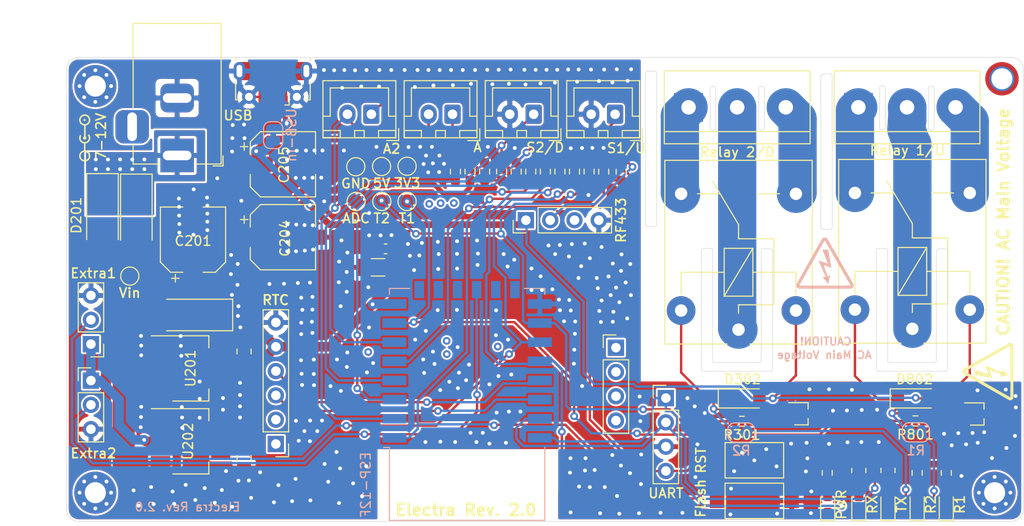
<source format=kicad_pcb>
(kicad_pcb (version 20171130) (host pcbnew 5.1.9-73d0e3b20d~88~ubuntu18.04.1)
  (title_block (date 2021-03-25) (rev 1))
  (layers (0 F.Cu signal) (31 B.Cu signal) (34 B.Paste user) (35 F.Paste user) (36 B.SilkS user) (37 F.SilkS user) (38 B.Mask user) (39 F.Mask user) (44 Edge.Cuts user))
  (net 0 "")
  (net 1 "Net-(C201-Pad1)")
  (net 2 GND)
  (net 3 +3V3)
  (net 4 +5V)
  (net 5 +VDC)
  (net 6 "Net-(D301-Pad1)")
  (net 7 "Net-(D301-Pad2)")
  (net 8 "Net-(D302-Pad1)")
  (net 9 /L-SDL)
  (net 10 /L-SDA)
  (net 11 /RX)
  (net 12 /TX)
  (net 13 /Relay2/Relay-Normal-Close)
  (net 14 /Relay2/Relay-Common)
  (net 15 /Relay2/Relay-Normal-Open)
  (net 16 /Relay1/Relay-Normal-Open)
  (net 17 /Relay1/Relay-Common)
  (net 18 /Relay1/Relay-Normal-Close)
  (net 19 /Switch1)
  (net 20 /Switch2)
  (net 21 /ESP8266/ADC)
  (net 22 "Net-(Q301-Pad2)")
  (net 23 /ESP8266/GPIO14)
  (net 24 /Relay2)
  (net 25 /Relay1)
  (net 26 /ESP8266/GPIO0)
  (net 27 /ESP8266/~RST)
  (net 28 "Net-(J601-Pad1)")
  (net 29 "Net-(D204-Pad2)")
  (net 30 "Net-(D501-Pad2)")
  (net 31 "Net-(D502-Pad2)")
  (net 32 "Net-(D801-Pad2)")
  (net 33 "Net-(D801-Pad1)")
  (net 34 "Net-(D802-Pad1)")
  (net 35 "Net-(J602-Pad1)")
  (net 36 "Net-(J701-Pad2)")
  (net 37 "Net-(J701-Pad3)")
  (net 38 "Net-(Q801-Pad2)")
  (net 39 "Net-(R503-Pad2)")
  (net 40 "Net-(U501-Pad9)")
  (net 41 "Net-(U501-Pad10)")
  (net 42 "Net-(U501-Pad11)")
  (net 43 "Net-(U501-Pad13)")
  (net 44 "Net-(U501-Pad14)")
  (net 45 /Extra1)
  (net 46 "Net-(J102-Pad1)")
  (net 47 "Net-(J102-Pad2)")
  (net 48 /Extra2)
  (net 49 "Net-(J201-Pad2)")
  (net 50 "Net-(J201-Pad1)")
  (net 51 "Net-(J201-Pad4)")
  (net 52 "Net-(J201-Pad3)")
  (module Custom:dc-barrel-positive-polarity-bold-5.1x5 (layer F.Cu) (at 99.3923 78.9201 90)
    (fp_text reference G*** hide)
    (fp_text value LOGO hide)
  )
  (module Custom:Electricity-Causion-6.1mmX6.1mm-logo (layer B.Cu) (at 176.7734 91.9884 180)
    (fp_text reference G*** hide)
    (fp_text value LOGO hide)
  )
  (module Custom:Electricity-Causion-6.1mmX6.1mm-logo (layer F.Cu) (at 193.7787 103.3549 90)
    (fp_text reference G*** hide)
    (fp_text value LOGO hide)
  )
  (module MountingHole:MountingHole_2.2mm_M2_ISO7380_Pad_TopOnly (layer F.Cu) (at 195.2646 72.7352)
    (fp_text reference REF** hide)
    (fp_text value MountingHole_2.2mm_M2_ISO7380_Pad_TopOnly hide)
    (pad 1 connect circle (at 0 0) (size 3.5 3.5) (layers F.Cu F.Mask))
    (pad 1 thru_hole circle (at 0 0) (size 2.6 2.6) (drill 2.2) (layers *.Cu *.Mask))
  )
  (module Connector_PinHeader_2.54mm:PinHeader_1x04_P2.54mm_Vertical (layer F.Cu) (at 154.9167 100.8403)
    (fp_text reference REF** hide)
    (fp_text value PinHeader_1x04_P2.54mm_Vertical hide)
    (pad 4 thru_hole oval (at 0 7.62) (size 1.7 1.7) (drill 1) (layers *.Cu *.Mask))
    (pad 3 thru_hole oval (at 0 5.08) (size 1.7 1.7) (drill 1) (layers *.Cu *.Mask))
    (pad 2 thru_hole oval (at 0 2.54) (size 1.7 1.7) (drill 1) (layers *.Cu *.Mask))
    (pad 1 thru_hole rect (at 0 0) (size 1.7 1.7) (drill 1) (layers *.Cu *.Mask))
  )
  (module MountingHole:MountingHole_2.2mm_M2_Pad_Via (layer F.Cu) (at 100.5 73.5)
    (fp_text reference REF** hide)
    (fp_text value MountingHole_2.2mm_M2_Pad_Via hide)
    (pad 1 thru_hole circle (at 0 0) (size 4.4 4.4) (drill 2.2) (layers *.Cu *.Mask))
    (pad 1 thru_hole circle (at 1.65 0) (size 0.7 0.7) (drill 0.4) (layers *.Cu *.Mask))
    (pad 1 thru_hole circle (at 1.166726 1.166726) (size 0.7 0.7) (drill 0.4) (layers *.Cu *.Mask))
    (pad 1 thru_hole circle (at 0 1.65) (size 0.7 0.7) (drill 0.4) (layers *.Cu *.Mask))
    (pad 1 thru_hole circle (at -1.166726 1.166726) (size 0.7 0.7) (drill 0.4) (layers *.Cu *.Mask))
    (pad 1 thru_hole circle (at -1.65 0) (size 0.7 0.7) (drill 0.4) (layers *.Cu *.Mask))
    (pad 1 thru_hole circle (at -1.166726 -1.166726) (size 0.7 0.7) (drill 0.4) (layers *.Cu *.Mask))
    (pad 1 thru_hole circle (at 0 -1.65) (size 0.7 0.7) (drill 0.4) (layers *.Cu *.Mask))
    (pad 1 thru_hole circle (at 1.166726 -1.166726) (size 0.7 0.7) (drill 0.4) (layers *.Cu *.Mask))
  )
  (module MountingHole:MountingHole_2.2mm_M2_Pad_Via (layer F.Cu) (at 100.5 116)
    (fp_text reference REF** hide)
    (fp_text value MountingHole_2.2mm_M2_Pad_Via hide)
    (pad 1 thru_hole circle (at 1.166726 -1.166726) (size 0.7 0.7) (drill 0.4) (layers *.Cu *.Mask))
    (pad 1 thru_hole circle (at 0 -1.65) (size 0.7 0.7) (drill 0.4) (layers *.Cu *.Mask))
    (pad 1 thru_hole circle (at -1.166726 -1.166726) (size 0.7 0.7) (drill 0.4) (layers *.Cu *.Mask))
    (pad 1 thru_hole circle (at -1.65 0) (size 0.7 0.7) (drill 0.4) (layers *.Cu *.Mask))
    (pad 1 thru_hole circle (at -1.166726 1.166726) (size 0.7 0.7) (drill 0.4) (layers *.Cu *.Mask))
    (pad 1 thru_hole circle (at 0 1.65) (size 0.7 0.7) (drill 0.4) (layers *.Cu *.Mask))
    (pad 1 thru_hole circle (at 1.166726 1.166726) (size 0.7 0.7) (drill 0.4) (layers *.Cu *.Mask))
    (pad 1 thru_hole circle (at 1.65 0) (size 0.7 0.7) (drill 0.4) (layers *.Cu *.Mask))
    (pad 1 thru_hole circle (at 0 0) (size 4.4 4.4) (drill 2.2) (layers *.Cu *.Mask))
  )
  (module MountingHole:MountingHole_2.2mm_M2_Pad_Via (layer F.Cu) (at 194.5 116)
    (fp_text reference REF** hide)
    (fp_text value MountingHole_2.2mm_M2_Pad_Via hide)
    (pad 1 thru_hole circle (at 0 0) (size 4.4 4.4) (drill 2.2) (layers *.Cu *.Mask))
    (pad 1 thru_hole circle (at 1.65 0) (size 0.7 0.7) (drill 0.4) (layers *.Cu *.Mask))
    (pad 1 thru_hole circle (at 1.166726 1.166726) (size 0.7 0.7) (drill 0.4) (layers *.Cu *.Mask))
    (pad 1 thru_hole circle (at 0 1.65) (size 0.7 0.7) (drill 0.4) (layers *.Cu *.Mask))
    (pad 1 thru_hole circle (at -1.166726 1.166726) (size 0.7 0.7) (drill 0.4) (layers *.Cu *.Mask))
    (pad 1 thru_hole circle (at -1.65 0) (size 0.7 0.7) (drill 0.4) (layers *.Cu *.Mask))
    (pad 1 thru_hole circle (at -1.166726 -1.166726) (size 0.7 0.7) (drill 0.4) (layers *.Cu *.Mask))
    (pad 1 thru_hole circle (at 0 -1.65) (size 0.7 0.7) (drill 0.4) (layers *.Cu *.Mask))
    (pad 1 thru_hole circle (at 1.166726 -1.166726) (size 0.7 0.7) (drill 0.4) (layers *.Cu *.Mask))
  )
  (module Capacitor_SMD:C_0603_1608Metric_Pad1.08x0.95mm_HandSolder (layer F.Cu) (at 130.8502 90.5152 180)
    (fp_text reference C501 hide)
    (fp_text value 0.1uF hide)
    (pad 1 smd roundrect (at -0.8625 0 180) (size 1.075 0.95) (layers F.Cu F.Paste F.Mask) (net 3 +3V3))
    (pad 2 smd roundrect (at 0.8625 0 180) (size 1.075 0.95) (layers F.Cu F.Paste F.Mask) (net 2 GND))
  )
  (module Capacitor_SMD:C_1206_3216Metric_Pad1.33x1.80mm_HandSolder (layer F.Cu) (at 130.0497 92.4456 180)
    (fp_text reference C502 hide)
    (fp_text value 47uF hide)
    (pad 1 smd roundrect (at -1.5625 0 180) (size 1.325 1.8) (layers F.Cu F.Paste F.Mask) (roundrect_rratio 0.1886784905660377) (net 3 +3V3))
    (pad 2 smd roundrect (at 1.5625 0 180) (size 1.325 1.8) (layers F.Cu F.Paste F.Mask) (roundrect_rratio 0.1886784905660377) (net 2 GND))
  )
  (module Diode_SMD:D_SMA_Handsoldering (layer F.Cu) (at 101.242 87.05 270)
    (fp_text reference D201 (at -0.04 2.726 90) (layer F.SilkS))
    (fp_text value 1A hide)
    (pad 2 smd rect (at 2.5 0 270) (size 3.5 1.8) (layers F.Cu F.Paste F.Mask) (net 1 "Net-(C201-Pad1)"))
    (pad 1 smd rect (at -2.5 0 270) (size 3.5 1.8) (layers F.Cu F.Paste F.Mask) (net 5 +VDC))
  )
  (module Diode_SMD:D_SMA_Handsoldering (layer F.Cu) (at 104.782 87.1 270)
    (fp_text reference D202 hide)
    (fp_text value 1A hide)
    (pad 1 smd rect (at -2.5 0 270) (size 3.5 1.8) (layers F.Cu F.Paste F.Mask) (net 5 +VDC))
    (pad 2 smd rect (at 2.5 0 270) (size 3.5 1.8) (layers F.Cu F.Paste F.Mask) (net 1 "Net-(C201-Pad1)"))
  )
  (module LED_SMD:LED_0603_1608Metric_Pad1.05x0.95mm_HandSolder (layer F.Cu) (at 177.052 117.236 90)
    (fp_text reference D204 hide)
    (fp_text value PWR (at 0 1.43 90) (layer F.SilkS))
    (pad 1 smd roundrect (at -0.875 0 90) (size 1.05 0.95) (layers F.Cu F.Paste F.Mask) (net 2 GND))
    (pad 2 smd roundrect (at 0.875 0 90) (size 1.05 0.95) (layers F.Cu F.Paste F.Mask) (net 29 "Net-(D204-Pad2)"))
  )
  (module LED_SMD:LED_0603_1608Metric_Pad1.05x0.95mm_HandSolder (layer F.Cu) (at 186.4 117.236 90)
    (fp_text reference D301 hide)
    (fp_text value R2 (at 0 1.43 90) (layer F.SilkS))
    (pad 1 smd roundrect (at -0.875 0 90) (size 1.05 0.95) (layers F.Cu F.Paste F.Mask) (net 6 "Net-(D301-Pad1)"))
    (pad 2 smd roundrect (at 0.875 0 90) (size 1.05 0.95) (layers F.Cu F.Paste F.Mask) (net 7 "Net-(D301-Pad2)"))
  )
  (module LED_SMD:LED_0603_1608Metric_Pad1.05x0.95mm_HandSolder (layer F.Cu) (at 183.352 117.236 90)
    (fp_text reference D501 hide)
    (fp_text value TX (at 0 1.43 90) (layer F.SilkS))
    (pad 2 smd roundrect (at 0.875 0 90) (size 1.05 0.95) (layers F.Cu F.Paste F.Mask) (net 30 "Net-(D501-Pad2)"))
    (pad 1 smd roundrect (at -0.875 0 90) (size 1.05 0.95) (layers F.Cu F.Paste F.Mask) (net 2 GND))
  )
  (module LED_SMD:LED_0603_1608Metric_Pad1.05x0.95mm_HandSolder (layer F.Cu) (at 180.304 117.236 90)
    (fp_text reference D502 hide)
    (fp_text value RX (at 0 1.43 90) (layer F.SilkS))
    (pad 1 smd roundrect (at -0.875 0 90) (size 1.05 0.95) (layers F.Cu F.Paste F.Mask) (net 2 GND))
    (pad 2 smd roundrect (at 0.875 0 90) (size 1.05 0.95) (layers F.Cu F.Paste F.Mask) (net 31 "Net-(D502-Pad2)"))
  )
  (module LED_SMD:LED_0603_1608Metric_Pad1.05x0.95mm_HandSolder (layer F.Cu) (at 189.448 117.236 90)
    (fp_text reference D801 hide)
    (fp_text value R1 (at 0 1.43 90) (layer F.SilkS))
    (pad 2 smd roundrect (at 0.875 0 90) (size 1.05 0.95) (layers F.Cu F.Paste F.Mask) (net 32 "Net-(D801-Pad2)"))
    (pad 1 smd roundrect (at -0.875 0 90) (size 1.05 0.95) (layers F.Cu F.Paste F.Mask) (net 33 "Net-(D801-Pad1)"))
  )
  (module TerminalBlock:TerminalBlock_bornier-3_P5.08mm (layer F.Cu) (at 162.51 75.72)
    (fp_text reference J301 hide)
    (fp_text value "Relay 2/D" (at 5.094 4.686) (layer F.SilkS))
    (pad 3 thru_hole circle (at 10.16 0) (size 3 3) (drill 1.52) (layers *.Cu *.Mask) (net 15 /Relay2/Relay-Normal-Open))
    (pad 2 thru_hole circle (at 5.08 0) (size 3 3) (drill 1.52) (layers *.Cu *.Mask) (net 14 /Relay2/Relay-Common))
    (pad 1 thru_hole rect (at 0 0) (size 3 3) (drill 1.52) (layers *.Cu *.Mask) (net 13 /Relay2/Relay-Normal-Close))
  )
  (module Connector_JST:JST_XH_B2B-XH-A_1x02_P2.50mm_Vertical (layer F.Cu) (at 154.8278 76.4436 180)
    (fp_text reference J401 hide)
    (fp_text value S1/U (at -1.15 -3.54) (layer F.SilkS))
    (pad 1 thru_hole roundrect (at 0 0 180) (size 1.7 2) (drill 1) (layers *.Cu *.Mask) (roundrect_rratio 0.1470588235294118) (net 19 /Switch1))
    (pad 2 thru_hole oval (at 2.5 0 180) (size 1.7 2) (drill 1) (layers *.Cu *.Mask) (net 2 GND))
  )
  (module Connector_JST:JST_XH_B2B-XH-A_1x02_P2.50mm_Vertical (layer F.Cu) (at 146.3188 76.4436 180)
    (fp_text reference J402 hide)
    (fp_text value S2/D (at -1.2 -3.48) (layer F.SilkS))
    (pad 2 thru_hole oval (at 2.5 0 180) (size 1.7 2) (drill 1) (layers *.Cu *.Mask) (net 2 GND))
    (pad 1 thru_hole roundrect (at 0 0 180) (size 1.7 2) (drill 1) (layers *.Cu *.Mask) (roundrect_rratio 0.1470588235294118) (net 20 /Switch2))
  )
  (module Connector_JST:JST_XH_B2B-XH-A_1x02_P2.50mm_Vertical (layer F.Cu) (at 137.8352 76.4436 180)
    (fp_text reference J601 hide)
    (fp_text value A (at -2.62 -3.45) (layer F.SilkS))
    (pad 2 thru_hole oval (at 2.5 0 180) (size 1.7 2) (drill 1) (layers *.Cu *.Mask) (net 21 /ESP8266/ADC))
    (pad 1 thru_hole roundrect (at 0 0 180) (size 1.7 2) (drill 1) (layers *.Cu *.Mask) (roundrect_rratio 0.1470588235294118) (net 28 "Net-(J601-Pad1)"))
  )
  (module Connector_JST:JST_XH_B2B-XH-A_1x02_P2.50mm_Vertical (layer F.Cu) (at 129.3516 76.4436 180)
    (fp_text reference J602 hide)
    (fp_text value A2 (at -2.12 -3.62) (layer F.SilkS))
    (pad 1 thru_hole roundrect (at 0 0 180) (size 1.7 2) (drill 1) (layers *.Cu *.Mask) (roundrect_rratio 0.1470588235294118) (net 35 "Net-(J602-Pad1)"))
    (pad 2 thru_hole oval (at 2.5 0 180) (size 1.7 2) (drill 1) (layers *.Cu *.Mask) (net 21 /ESP8266/ADC))
  )
  (module Connector_PinHeader_2.54mm:PinHeader_1x04_P2.54mm_Vertical (layer F.Cu) (at 145.506 87.518 90)
    (fp_text reference J701 hide)
    (fp_text value RF433 (at 0 9.95 90) (layer F.SilkS))
    (pad 1 thru_hole rect (at 0 0 90) (size 1.7 1.7) (drill 1) (layers *.Cu *.Mask) (net 4 +5V))
    (pad 2 thru_hole oval (at 0 2.54 90) (size 1.7 1.7) (drill 1) (layers *.Cu *.Mask) (net 36 "Net-(J701-Pad2)"))
    (pad 3 thru_hole oval (at 0 5.08 90) (size 1.7 1.7) (drill 1) (layers *.Cu *.Mask) (net 37 "Net-(J701-Pad3)"))
    (pad 4 thru_hole oval (at 0 7.62 90) (size 1.7 1.7) (drill 1) (layers *.Cu *.Mask) (net 2 GND))
  )
  (module TerminalBlock:TerminalBlock_bornier-3_P5.08mm (layer F.Cu) (at 180.26 75.72)
    (fp_text reference J801 hide)
    (fp_text value "Relay 1/U" (at 5.124 4.5) (layer F.SilkS))
    (pad 1 thru_hole rect (at 0 0) (size 3 3) (drill 1.52) (layers *.Cu *.Mask) (net 18 /Relay1/Relay-Normal-Close))
    (pad 2 thru_hole circle (at 5.08 0) (size 3 3) (drill 1.52) (layers *.Cu *.Mask) (net 17 /Relay1/Relay-Common))
    (pad 3 thru_hole circle (at 10.16 0) (size 3 3) (drill 1.52) (layers *.Cu *.Mask) (net 16 /Relay1/Relay-Normal-Open))
  )
  (module Jumper:SolderJumper-2_P1.3mm_Bridged_RoundedPad1.0x1.5mm (layer B.Cu) (at 168.0104 109.7176 180)
    (fp_text reference JP301 hide)
    (fp_text value R2 (at 0 -1.9) (layer B.SilkS) (effects (justify mirror)))
    (fp_poly (pts (xy 0.25 0.3) (xy -0.25 0.3) (xy -0.25 -0.3) (xy 0.25 -0.3)) (layer B.Cu) (width 0))
    (pad 2 smd custom (at 0.65 0 180) (size 1 0.5) (layers B.Cu B.Mask) (net 8 "Net-(D302-Pad1)") (options (clearance outline) (anchor rect)) (primitives (gr_circle (center 0 -0.25) (end 0.5 -0.25) (width 0)) (gr_circle (center 0 0.25) (end 0.5 0.25) (width 0)) (gr_poly (pts (xy 0 0.75) (xy -0.5 0.75) (xy -0.5 -0.75) (xy 0 -0.75)) (width 0))))
    (pad 1 smd custom (at -0.65 0 180) (size 1 0.5) (layers B.Cu B.Mask) (net 6 "Net-(D301-Pad1)") (options (clearance outline) (anchor rect)) (primitives (gr_circle (center 0 -0.25) (end 0.5 -0.25) (width 0)) (gr_circle (center 0 0.25) (end 0.5 0.25) (width 0)) (gr_poly (pts (xy 0 0.75) (xy 0.5 0.75) (xy 0.5 -0.75) (xy 0 -0.75)) (width 0))))
  )
  (module Jumper:SolderJumper-2_P1.3mm_Bridged_RoundedPad1.0x1.5mm (layer B.Cu) (at 186.2603 109.6922 180)
    (fp_text reference JP801 hide)
    (fp_text value R1 (at 0 -1.9) (layer B.SilkS) (effects (justify mirror)))
    (fp_poly (pts (xy 0.25 0.3) (xy -0.25 0.3) (xy -0.25 -0.3) (xy 0.25 -0.3)) (layer B.Cu) (width 0))
    (pad 2 smd custom (at 0.65 0 180) (size 1 0.5) (layers B.Cu B.Mask) (net 34 "Net-(D802-Pad1)") (options (clearance outline) (anchor rect)) (primitives (gr_circle (center 0 -0.25) (end 0.5 -0.25) (width 0)) (gr_circle (center 0 0.25) (end 0.5 0.25) (width 0)) (gr_poly (pts (xy 0 0.75) (xy -0.5 0.75) (xy -0.5 -0.75) (xy 0 -0.75)) (width 0))))
    (pad 1 smd custom (at -0.65 0 180) (size 1 0.5) (layers B.Cu B.Mask) (net 33 "Net-(D801-Pad1)") (options (clearance outline) (anchor rect)) (primitives (gr_circle (center 0 -0.25) (end 0.5 -0.25) (width 0)) (gr_circle (center 0 0.25) (end 0.5 0.25) (width 0)) (gr_poly (pts (xy 0 0.75) (xy 0.5 0.75) (xy 0.5 -0.75) (xy 0 -0.75)) (width 0))))
  )
  (module Relay_THT:Relay_SPDT_Finder_36.11 (layer F.Cu) (at 167.73 98.96 90)
    (fp_text reference K301 hide)
    (fp_text value FINDER-36.11 hide)
    (pad A1 thru_hole circle (at 2 6 90) (size 3 3) (drill 1.3) (layers *.Cu *.Mask) (net 4 +5V))
    (pad 14 thru_hole circle (at 14.2 6 90) (size 3 3) (drill 1.3) (layers *.Cu *.Mask) (net 15 /Relay2/Relay-Normal-Open))
    (pad 12 thru_hole circle (at 14.2 -6 90) (size 3 3) (drill 1.3) (layers *.Cu *.Mask) (net 13 /Relay2/Relay-Normal-Close))
    (pad A2 thru_hole circle (at 2 -6 90) (size 3 3) (drill 1.3) (layers *.Cu *.Mask) (net 8 "Net-(D302-Pad1)"))
    (pad 11 thru_hole circle (at 0 0 90) (size 3 3) (drill 1.3) (layers *.Cu *.Mask) (net 14 /Relay2/Relay-Common))
  )
  (module Relay_THT:Relay_SPDT_Finder_36.11 (layer F.Cu) (at 185.9 98.87 90)
    (fp_text reference K801 hide)
    (fp_text value FINDER-36.11 hide)
    (pad 11 thru_hole circle (at 0 0 90) (size 3 3) (drill 1.3) (layers *.Cu *.Mask) (net 17 /Relay1/Relay-Common))
    (pad A2 thru_hole circle (at 2 -6 90) (size 3 3) (drill 1.3) (layers *.Cu *.Mask) (net 34 "Net-(D802-Pad1)"))
    (pad 12 thru_hole circle (at 14.2 -6 90) (size 3 3) (drill 1.3) (layers *.Cu *.Mask) (net 18 /Relay1/Relay-Normal-Close))
    (pad 14 thru_hole circle (at 14.2 6 90) (size 3 3) (drill 1.3) (layers *.Cu *.Mask) (net 16 /Relay1/Relay-Normal-Open))
    (pad A1 thru_hole circle (at 2 6 90) (size 3 3) (drill 1.3) (layers *.Cu *.Mask) (net 4 +5V))
  )
  (module Package_TO_SOT_SMD:SOT-323_SC-70 (layer F.Cu) (at 174.2748 107.7491)
    (fp_text reference Q301 hide)
    (fp_text value Q_NPN_EBC hide)
    (pad 1 smd rect (at -1 -0.65 270) (size 0.45 0.7) (layers F.Cu F.Paste F.Mask) (net 2 GND))
    (pad 2 smd rect (at -1 0.65 270) (size 0.45 0.7) (layers F.Cu F.Paste F.Mask) (net 22 "Net-(Q301-Pad2)"))
    (pad 3 smd rect (at 1 0 270) (size 0.45 0.7) (layers F.Cu F.Paste F.Mask) (net 8 "Net-(D302-Pad1)"))
  )
  (module Package_TO_SOT_SMD:SOT-323_SC-70 (layer F.Cu) (at 192.6611 107.7745)
    (fp_text reference Q801 hide)
    (fp_text value Q_NPN_EBC hide)
    (pad 3 smd rect (at 1 0 270) (size 0.45 0.7) (layers F.Cu F.Paste F.Mask) (net 34 "Net-(D802-Pad1)"))
    (pad 2 smd rect (at -1 0.65 270) (size 0.45 0.7) (layers F.Cu F.Paste F.Mask) (net 38 "Net-(Q801-Pad2)"))
    (pad 1 smd rect (at -1 -0.65 270) (size 0.45 0.7) (layers F.Cu F.Paste F.Mask) (net 2 GND))
  )
  (module Resistor_SMD:R_0603_1608Metric_Pad0.98x0.95mm_HandSolder (layer F.Cu) (at 177.002 113.934 90)
    (fp_text reference R201 hide)
    (fp_text value 82 hide)
    (pad 2 smd roundrect (at 0.9125 0 90) (size 0.975 0.95) (layers F.Cu F.Paste F.Mask) (net 3 +3V3))
    (pad 1 smd roundrect (at -0.9125 0 90) (size 0.975 0.95) (layers F.Cu F.Paste F.Mask) (net 29 "Net-(D204-Pad2)"))
  )
  (module Resistor_SMD:R_0603_1608Metric_Pad0.98x0.95mm_HandSolder (layer F.Cu) (at 168.0866 108.5365 180)
    (fp_text reference R301 (at 0 -1.43) (layer F.SilkS))
    (fp_text value 1K hide)
    (pad 1 smd roundrect (at -0.9125 0 180) (size 0.975 0.95) (layers F.Cu F.Paste F.Mask) (net 22 "Net-(Q301-Pad2)"))
    (pad 2 smd roundrect (at 0.9125 0 180) (size 0.975 0.95) (layers F.Cu F.Paste F.Mask) (net 24 /Relay2))
  )
  (module Resistor_SMD:R_0603_1608Metric_Pad0.98x0.95mm_HandSolder (layer F.Cu) (at 186.4 113.934 270)
    (fp_text reference R302 hide)
    (fp_text value 68 hide)
    (pad 1 smd roundrect (at -0.9125 0 270) (size 0.975 0.95) (layers F.Cu F.Paste F.Mask) (net 4 +5V))
    (pad 2 smd roundrect (at 0.9125 0 270) (size 0.975 0.95) (layers F.Cu F.Paste F.Mask) (net 7 "Net-(D301-Pad2)"))
  )
  (module Resistor_SMD:R_0603_1608Metric_Pad0.98x0.95mm_HandSolder (layer F.Cu) (at 144.49 82.438 90)
    (fp_text reference R401 hide)
    (fp_text value 10K hide)
    (pad 2 smd roundrect (at 0.9125 0 90) (size 0.975 0.95) (layers F.Cu F.Paste F.Mask) (net 19 /Switch1))
    (pad 1 smd roundrect (at -0.9125 0 90) (size 0.975 0.95) (layers F.Cu F.Paste F.Mask) (net 3 +3V3))
  )
  (module Resistor_SMD:R_0603_1608Metric_Pad0.98x0.95mm_HandSolder (layer F.Cu) (at 142.966 82.438 90)
    (fp_text reference R402 hide)
    (fp_text value 10K hide)
    (pad 2 smd roundrect (at 0.9125 0 90) (size 0.975 0.95) (layers F.Cu F.Paste F.Mask) (net 20 /Switch2))
    (pad 1 smd roundrect (at -0.9125 0 90) (size 0.975 0.95) (layers F.Cu F.Paste F.Mask) (net 3 +3V3))
  )
  (module Resistor_SMD:R_0603_1608Metric_Pad0.98x0.95mm_HandSolder (layer F.Cu) (at 149.062 82.438 90)
    (fp_text reference R501 hide)
    (fp_text value 10K hide)
    (pad 1 smd roundrect (at -0.9125 0 90) (size 0.975 0.95) (layers F.Cu F.Paste F.Mask) (net 26 /ESP8266/GPIO0))
    (pad 2 smd roundrect (at 0.9125 0 90) (size 0.975 0.95) (layers F.Cu F.Paste F.Mask) (net 3 +3V3))
  )
  (module Resistor_SMD:R_0603_1608Metric_Pad0.98x0.95mm_HandSolder (layer F.Cu) (at 147.538 82.438 90)
    (fp_text reference R502 hide)
    (fp_text value 10K hide)
    (pad 2 smd roundrect (at 0.9125 0 90) (size 0.975 0.95) (layers F.Cu F.Paste F.Mask) (net 3 +3V3))
    (pad 1 smd roundrect (at -0.9125 0 90) (size 0.975 0.95) (layers F.Cu F.Paste F.Mask) (net 27 /ESP8266/~RST))
  )
  (module Resistor_SMD:R_0603_1608Metric_Pad0.98x0.95mm_HandSolder (layer F.Cu) (at 146.014 82.438 270)
    (fp_text reference R503 hide)
    (fp_text value 10K hide)
    (pad 1 smd roundrect (at -0.9125 0 270) (size 0.975 0.95) (layers F.Cu F.Paste F.Mask) (net 3 +3V3))
    (pad 2 smd roundrect (at 0.9125 0 270) (size 0.975 0.95) (layers F.Cu F.Paste F.Mask) (net 39 "Net-(R503-Pad2)"))
  )
  (module Resistor_SMD:R_0805_2012Metric_Pad1.20x1.40mm_HandSolder (layer F.Cu) (at 183.352 113.68 90)
    (fp_text reference R504 hide)
    (fp_text value 15 hide)
    (pad 1 smd roundrect (at -1 0 90) (size 1.2 1.4) (layers F.Cu F.Paste F.Mask) (roundrect_rratio 0.2083325) (net 30 "Net-(D501-Pad2)"))
    (pad 2 smd roundrect (at 1 0 90) (size 1.2 1.4) (layers F.Cu F.Paste F.Mask) (roundrect_rratio 0.2083325) (net 12 /TX))
  )
  (module Resistor_SMD:R_0603_1608Metric_Pad0.98x0.95mm_HandSolder (layer F.Cu) (at 150.586 82.438 270)
    (fp_text reference R505 hide)
    (fp_text value 10K hide)
    (pad 1 smd roundrect (at -0.9125 0 270) (size 0.975 0.95) (layers F.Cu F.Paste F.Mask) (net 3 +3V3))
    (pad 2 smd roundrect (at 0.9125 0 270) (size 0.975 0.95) (layers F.Cu F.Paste F.Mask) (net 48 /Extra2))
  )
  (module Resistor_SMD:R_0603_1608Metric_Pad0.98x0.95mm_HandSolder (layer F.Cu) (at 152.11 82.438 270)
    (fp_text reference R506 hide)
    (fp_text value 10K hide)
    (pad 2 smd roundrect (at 0.9125 0 270) (size 0.975 0.95) (layers F.Cu F.Paste F.Mask) (net 24 /Relay2))
    (pad 1 smd roundrect (at -0.9125 0 270) (size 0.975 0.95) (layers F.Cu F.Paste F.Mask) (net 2 GND))
  )
  (module Resistor_SMD:R_0805_2012Metric_Pad1.20x1.40mm_HandSolder (layer F.Cu) (at 180.304 113.68 90)
    (fp_text reference R507 hide)
    (fp_text value 15 hide)
    (pad 2 smd roundrect (at 1 0 90) (size 1.2 1.4) (layers F.Cu F.Paste F.Mask) (roundrect_rratio 0.2083325) (net 11 /RX))
    (pad 1 smd roundrect (at -1 0 90) (size 1.2 1.4) (layers F.Cu F.Paste F.Mask) (roundrect_rratio 0.2083325) (net 31 "Net-(D502-Pad2)"))
  )
  (module Resistor_SMD:R_0603_1608Metric_Pad0.98x0.95mm_HandSolder (layer F.Cu) (at 141.188 82.438 270)
    (fp_text reference R601 hide)
    (fp_text value 3.3K hide)
    (pad 1 smd roundrect (at -0.9125 0 270) (size 0.975 0.95) (layers F.Cu F.Paste F.Mask) (net 28 "Net-(J601-Pad1)"))
    (pad 2 smd roundrect (at 0.9125 0 270) (size 0.975 0.95) (layers F.Cu F.Paste F.Mask) (net 3 +3V3))
  )
  (module Resistor_SMD:R_0603_1608Metric_Pad0.98x0.95mm_HandSolder (layer F.Cu) (at 139.664 82.438 270)
    (fp_text reference R602 hide)
    (fp_text value 7.5K hide)
    (pad 2 smd roundrect (at 0.9125 0 270) (size 0.975 0.95) (layers F.Cu F.Paste F.Mask) (net 3 +3V3))
    (pad 1 smd roundrect (at -0.9125 0 270) (size 0.975 0.95) (layers F.Cu F.Paste F.Mask) (net 35 "Net-(J602-Pad1)"))
  )
  (module Resistor_SMD:R_0603_1608Metric_Pad0.98x0.95mm_HandSolder (layer F.Cu) (at 138.14 82.438 270)
    (fp_text reference R603 hide)
    (fp_text value 1K hide)
    (pad 1 smd roundrect (at -0.9125 0 270) (size 0.975 0.95) (layers F.Cu F.Paste F.Mask) (net 21 /ESP8266/ADC))
    (pad 2 smd roundrect (at 0.9125 0 270) (size 0.975 0.95) (layers F.Cu F.Paste F.Mask) (net 2 GND))
  )
  (module Resistor_SMD:R_0603_1608Metric_Pad0.98x0.95mm_HandSolder (layer F.Cu) (at 155.4628 82.45 270)
    (fp_text reference R701 hide)
    (fp_text value 1K hide)
    (pad 2 smd roundrect (at 0.9125 0 270) (size 0.975 0.95) (layers F.Cu F.Paste F.Mask) (net 23 /ESP8266/GPIO14))
    (pad 1 smd roundrect (at -0.9125 0 270) (size 0.975 0.95) (layers F.Cu F.Paste F.Mask) (net 36 "Net-(J701-Pad2)"))
  )
  (module Resistor_SMD:R_0603_1608Metric_Pad0.98x0.95mm_HandSolder (layer F.Cu) (at 153.638 82.45 90)
    (fp_text reference R702 hide)
    (fp_text value 2K hide)
    (pad 1 smd roundrect (at -0.9125 0 90) (size 0.975 0.95) (layers F.Cu F.Paste F.Mask) (net 23 /ESP8266/GPIO14))
    (pad 2 smd roundrect (at 0.9125 0 90) (size 0.975 0.95) (layers F.Cu F.Paste F.Mask) (net 2 GND))
  )
  (module Resistor_SMD:R_0603_1608Metric_Pad0.98x0.95mm_HandSolder (layer F.Cu) (at 186.2222 108.4984 180)
    (fp_text reference R801 (at 0 -1.43) (layer F.SilkS))
    (fp_text value 1K hide)
    (pad 1 smd roundrect (at -0.9125 0 180) (size 0.975 0.95) (layers F.Cu F.Paste F.Mask) (net 38 "Net-(Q801-Pad2)"))
    (pad 2 smd roundrect (at 0.9125 0 180) (size 0.975 0.95) (layers F.Cu F.Paste F.Mask) (net 25 /Relay1))
  )
  (module Resistor_SMD:R_0603_1608Metric_Pad0.98x0.95mm_HandSolder (layer F.Cu) (at 189.448 113.934 270)
    (fp_text reference R802 hide)
    (fp_text value 68 hide)
    (pad 2 smd roundrect (at 0.9125 0 270) (size 0.975 0.95) (layers F.Cu F.Paste F.Mask) (net 32 "Net-(D801-Pad2)"))
    (pad 1 smd roundrect (at -0.9125 0 270) (size 0.975 0.95) (layers F.Cu F.Paste F.Mask) (net 4 +5V))
  )
  (module Button_Switch_SMD:SW_SPST_CK_RS282G05A3 (layer F.Cu) (at 169.382 116.855 180)
    (fp_text reference SW501 hide)
    (fp_text value Flash (at 5.588 0.254 90) (layer F.SilkS))
    (pad 1 smd rect (at -3.9 0 180) (size 1.5 1.5) (layers F.Cu F.Paste F.Mask) (net 2 GND))
    (pad 2 smd rect (at 3.9 0 180) (size 1.5 1.5) (layers F.Cu F.Paste F.Mask) (net 26 /ESP8266/GPIO0))
  )
  (module Button_Switch_SMD:SW_SPST_CK_RS282G05A3 (layer F.Cu) (at 169.382 112.6132 180)
    (fp_text reference SW502 hide)
    (fp_text value RST (at 5.588 0 90) (layer F.SilkS))
    (pad 2 smd rect (at 3.9 0 180) (size 1.5 1.5) (layers F.Cu F.Paste F.Mask) (net 27 /ESP8266/~RST))
    (pad 1 smd rect (at -3.9 0 180) (size 1.5 1.5) (layers F.Cu F.Paste F.Mask) (net 2 GND))
  )
  (module TestPoint:TestPoint_Pad_D1.5mm (layer F.Cu) (at 127.726 81.93)
    (fp_text reference TP201 hide)
    (fp_text value GND (at 0 1.75) (layer F.SilkS))
    (pad 1 smd circle (at 0 0) (size 1.5 1.5) (layers F.Cu F.Mask) (net 2 GND))
  )
  (module TestPoint:TestPoint_Pad_D1.5mm (layer F.Cu) (at 104.104 93.36)
    (fp_text reference TP202 hide)
    (fp_text value Vin (at 0 1.75) (layer F.SilkS))
    (pad 1 smd circle (at 0 0) (size 1.5 1.5) (layers F.Cu F.Mask) (net 1 "Net-(C201-Pad1)"))
  )
  (module TestPoint:TestPoint_Pad_D1.5mm (layer F.Cu) (at 130.4184 81.9046)
    (fp_text reference TP203 hide)
    (fp_text value 5V (at 0 1.75) (layer F.SilkS))
    (pad 1 smd circle (at 0 0) (size 1.5 1.5) (layers F.Cu F.Mask) (net 4 +5V))
  )
  (module TestPoint:TestPoint_Pad_D1.5mm (layer F.Cu) (at 133.0854 81.8792)
    (fp_text reference TP204 hide)
    (fp_text value 3V3 (at 0 1.75) (layer F.SilkS))
    (pad 1 smd circle (at 0 0) (size 1.5 1.5) (layers F.Cu F.Mask) (net 3 +3V3))
  )
  (module TestPoint:TestPoint_Pad_D1.5mm (layer F.Cu) (at 130.4438 85.5622)
    (fp_text reference TP301 hide)
    (fp_text value T2 (at 0 1.75) (layer F.SilkS))
    (pad 1 smd circle (at 0 0) (size 1.5 1.5) (layers F.Cu F.Mask) (net 24 /Relay2))
  )
  (module TestPoint:TestPoint_Pad_D1.5mm (layer F.Cu) (at 127.7514 85.5622)
    (fp_text reference TP601 hide)
    (fp_text value ADC (at 0 1.75) (layer F.SilkS))
    (pad 1 smd circle (at 0 0) (size 1.5 1.5) (layers F.Cu F.Mask) (net 21 /ESP8266/ADC))
  )
  (module TestPoint:TestPoint_Pad_D1.5mm (layer F.Cu) (at 133.0854 85.5622)
    (fp_text reference TP801 hide)
    (fp_text value T1 (at 0 1.75) (layer F.SilkS))
    (pad 1 smd circle (at 0 0) (size 1.5 1.5) (layers F.Cu F.Mask) (net 25 /Relay1))
  )
  (module Package_TO_SOT_SMD:SOT-223-3_TabPin2 (layer F.Cu) (at 110.454 110.632)
    (fp_text reference U202 (at -0.254 0 270) (layer F.SilkS))
    (fp_text value AMS1117-3.3 hide)
    (pad 2 smd rect (at 3.15 0) (size 2 3.8) (layers F.Cu F.Paste F.Mask) (net 3 +3V3))
    (pad 2 smd rect (at -3.15 0) (size 2 1.5) (layers F.Cu F.Paste F.Mask) (net 3 +3V3))
    (pad 3 smd rect (at -3.15 2.3) (size 2 1.5) (layers F.Cu F.Paste F.Mask) (net 1 "Net-(C201-Pad1)"))
    (pad 1 smd rect (at -3.15 -2.3) (size 2 1.5) (layers F.Cu F.Paste F.Mask) (net 2 GND))
  )
  (module RF_Module:ESP-12E (layer B.Cu) (at 139.3592 106.7712)
    (fp_text reference U501 hide)
    (fp_text value ESP-12F (at -10.5918 8.4074 -90) (layer B.SilkS) (effects (justify mirror)))
    (pad 1 smd rect (at -7.6 3.5) (size 2.5 1) (layers B.Cu B.Paste B.Mask) (net 27 /ESP8266/~RST))
    (pad 2 smd rect (at -7.6 1.5) (size 2.5 1) (layers B.Cu B.Paste B.Mask) (net 21 /ESP8266/ADC))
    (pad 3 smd rect (at -7.6 -0.5) (size 2.5 1) (layers B.Cu B.Paste B.Mask) (net 39 "Net-(R503-Pad2)"))
    (pad 4 smd rect (at -7.6 -2.5) (size 2.5 1) (layers B.Cu B.Paste B.Mask) (net 20 /Switch2))
    (pad 5 smd rect (at -7.6 -4.5) (size 2.5 1) (layers B.Cu B.Paste B.Mask) (net 23 /ESP8266/GPIO14))
    (pad 6 smd rect (at -7.6 -6.5) (size 2.5 1) (layers B.Cu B.Paste B.Mask) (net 19 /Switch1))
    (pad 7 smd rect (at -7.6 -8.5) (size 2.5 1) (layers B.Cu B.Paste B.Mask) (net 25 /Relay1))
    (pad 8 smd rect (at -7.6 -10.5) (size 2.5 1) (layers B.Cu B.Paste B.Mask) (net 3 +3V3))
    (pad 9 smd rect (at -5 -12) (size 1 1.8) (layers B.Cu B.Paste B.Mask) (net 40 "Net-(U501-Pad9)"))
    (pad 10 smd rect (at -3 -12) (size 1 1.8) (layers B.Cu B.Paste B.Mask) (net 41 "Net-(U501-Pad10)"))
    (pad 11 smd rect (at -1 -12) (size 1 1.8) (layers B.Cu B.Paste B.Mask) (net 42 "Net-(U501-Pad11)"))
    (pad 12 smd rect (at 1 -12) (size 1 1.8) (layers B.Cu B.Paste B.Mask) (net 45 /Extra1))
    (pad 13 smd rect (at 3 -12) (size 1 1.8) (layers B.Cu B.Paste B.Mask) (net 43 "Net-(U501-Pad13)"))
    (pad 14 smd rect (at 5 -12) (size 1 1.8) (layers B.Cu B.Paste B.Mask) (net 44 "Net-(U501-Pad14)"))
    (pad 15 smd rect (at 7.6 -10.5) (size 2.5 1) (layers B.Cu B.Paste B.Mask) (net 2 GND))
    (pad 16 smd rect (at 7.6 -8.5) (size 2.5 1) (layers B.Cu B.Paste B.Mask) (net 24 /Relay2))
    (pad 17 smd rect (at 7.6 -6.5) (size 2.5 1) (layers B.Cu B.Paste B.Mask) (net 48 /Extra2))
    (pad 18 smd rect (at 7.6 -4.5) (size 2.5 1) (layers B.Cu B.Paste B.Mask) (net 26 /ESP8266/GPIO0))
    (pad 19 smd rect (at 7.6 -2.5) (size 2.5 1) (layers B.Cu B.Paste B.Mask) (net 10 /L-SDA))
    (pad 20 smd rect (at 7.6 -0.5) (size 2.5 1) (layers B.Cu B.Paste B.Mask) (net 9 /L-SDL))
    (pad 21 smd rect (at 7.6 1.5) (size 2.5 1) (layers B.Cu B.Paste B.Mask) (net 11 /RX))
    (pad 22 smd rect (at 7.6 3.5) (size 2.5 1) (layers B.Cu B.Paste B.Mask) (net 12 /TX))
  )
  (module Diode_SMD:D_MiniMELF (layer F.Cu) (at 168.1628 106.1489)
    (fp_text reference D302 (at 0 -2) (layer F.SilkS))
    (fp_text value 200mA hide)
    (pad 2 smd rect (at 1.75 0) (size 1.3 1.7) (layers F.Cu F.Paste F.Mask) (net 4 +5V))
    (pad 1 smd rect (at -1.75 0) (size 1.3 1.7) (layers F.Cu F.Paste F.Mask) (net 8 "Net-(D302-Pad1)"))
  )
  (module Diode_SMD:D_MiniMELF (layer F.Cu) (at 186.1333 106.1489)
    (fp_text reference D802 (at 0 -2) (layer F.SilkS))
    (fp_text value 200mA hide)
    (pad 1 smd rect (at -1.75 0) (size 1.3 1.7) (layers F.Cu F.Paste F.Mask) (net 34 "Net-(D802-Pad1)"))
    (pad 2 smd rect (at 1.75 0) (size 1.3 1.7) (layers F.Cu F.Paste F.Mask) (net 4 +5V))
  )
  (module Capacitor_SMD:CP_Elec_6.3x5.4 (layer F.Cu) (at 110.708 89.55 90)
    (fp_text reference C201 (at -0.1397 0.0127 180) (layer F.SilkS))
    (fp_text value 100uF hide)
    (pad 1 smd roundrect (at -2.8 0 90) (size 3.5 1.6) (layers F.Cu F.Paste F.Mask) (roundrect_rratio 0.15625) (net 1 "Net-(C201-Pad1)"))
    (pad 2 smd roundrect (at 2.8 0 90) (size 3.5 1.6) (layers F.Cu F.Paste F.Mask) (roundrect_rratio 0.15625) (net 2 GND))
  )
  (module Capacitor_SMD:C_0805_2012Metric_Pad1.18x1.45mm_HandSolder (layer F.Cu) (at 116.042 112.3885 270)
    (fp_text reference C202 hide)
    (fp_text value 10uF hide)
    (pad 2 smd roundrect (at 1.0375 0 270) (size 1.175 1.45) (layers F.Cu F.Paste F.Mask) (roundrect_rratio 0.2127659574468085) (net 2 GND))
    (pad 1 smd roundrect (at -1.0375 0 270) (size 1.175 1.45) (layers F.Cu F.Paste F.Mask) (roundrect_rratio 0.2127659574468085) (net 3 +3V3))
  )
  (module Capacitor_SMD:C_0805_2012Metric_Pad1.18x1.45mm_HandSolder (layer F.Cu) (at 116.042 101.234 90)
    (fp_text reference C203 hide)
    (fp_text value 10uF hide)
    (pad 1 smd roundrect (at -1.0375 0 90) (size 1.175 1.45) (layers F.Cu F.Paste F.Mask) (roundrect_rratio 0.2127659574468085) (net 4 +5V))
    (pad 2 smd roundrect (at 1.0375 0 90) (size 1.175 1.45) (layers F.Cu F.Paste F.Mask) (roundrect_rratio 0.2127659574468085) (net 2 GND))
  )
  (module Capacitor_SMD:CP_Elec_6.3x5.4 (layer F.Cu) (at 120.106 89.296)
    (fp_text reference C204 (at 0.2286 0.1143 90) (layer F.SilkS))
    (fp_text value 100uF hide)
    (pad 1 smd roundrect (at -2.8 0) (size 3.5 1.6) (layers F.Cu F.Paste F.Mask) (roundrect_rratio 0.15625) (net 3 +3V3))
    (pad 2 smd roundrect (at 2.8 0) (size 3.5 1.6) (layers F.Cu F.Paste F.Mask) (roundrect_rratio 0.15625) (net 2 GND))
  )
  (module Capacitor_SMD:CP_Elec_6.3x5.4 (layer F.Cu) (at 120.106 81.676)
    (fp_text reference C205 (at 0.1143 0.0635 90) (layer F.SilkS))
    (fp_text value 100uF hide)
    (pad 2 smd roundrect (at 2.8 0) (size 3.5 1.6) (layers F.Cu F.Paste F.Mask) (roundrect_rratio 0.15625) (net 2 GND))
    (pad 1 smd roundrect (at -2.8 0) (size 3.5 1.6) (layers F.Cu F.Paste F.Mask) (roundrect_rratio 0.15625) (net 4 +5V))
  )
  (module Diode_SMD:D_SMA_Handsoldering (layer F.Cu) (at 110.454 97.424 180)
    (fp_text reference D203 hide)
    (fp_text value 1A hide)
    (pad 1 smd rect (at -2.5 0 180) (size 3.5 1.8) (layers F.Cu F.Paste F.Mask) (net 4 +5V))
    (pad 2 smd rect (at 2.5 0 180) (size 3.5 1.8) (layers F.Cu F.Paste F.Mask) (net 1 "Net-(C201-Pad1)"))
  )
  (module Connector_PinHeader_2.54mm:PinHeader_1x03_P2.54mm_Vertical (layer F.Cu) (at 100.04 100.472 180)
    (fp_text reference J101 hide)
    (fp_text value Extra1 (at -0.254 7.41) (layer F.SilkS))
    (pad 1 thru_hole rect (at 0 0 180) (size 1.7 1.7) (drill 1) (layers *.Cu *.Mask) (net 3 +3V3))
    (pad 2 thru_hole oval (at 0 2.54 180) (size 1.7 1.7) (drill 1) (layers *.Cu *.Mask) (net 45 /Extra1))
    (pad 3 thru_hole oval (at 0 5.08 180) (size 1.7 1.7) (drill 1) (layers *.Cu *.Mask) (net 2 GND))
  )
  (module Connector_PinHeader_2.54mm:PinHeader_1x06_P2.54mm_Vertical (layer F.Cu) (at 119.3694 110.9114 180)
    (fp_text reference J102 hide)
    (fp_text value RTC (at 0 15.03) (layer F.SilkS))
    (pad 1 thru_hole rect (at 0 0 180) (size 1.7 1.7) (drill 1) (layers *.Cu *.Mask) (net 46 "Net-(J102-Pad1)"))
    (pad 2 thru_hole oval (at 0 2.54 180) (size 1.7 1.7) (drill 1) (layers *.Cu *.Mask) (net 47 "Net-(J102-Pad2)"))
    (pad 3 thru_hole oval (at 0 5.08 180) (size 1.7 1.7) (drill 1) (layers *.Cu *.Mask) (net 9 /L-SDL))
    (pad 4 thru_hole oval (at 0 7.62 180) (size 1.7 1.7) (drill 1) (layers *.Cu *.Mask) (net 10 /L-SDA))
    (pad 5 thru_hole oval (at 0 10.16 180) (size 1.7 1.7) (drill 1) (layers *.Cu *.Mask) (net 3 +3V3))
    (pad 6 thru_hole oval (at 0 12.7 180) (size 1.7 1.7) (drill 1) (layers *.Cu *.Mask) (net 2 GND))
  )
  (module Connector_PinHeader_2.54mm:PinHeader_1x03_P2.54mm_Vertical (layer F.Cu) (at 100.04 104.282)
    (fp_text reference J103 hide)
    (fp_text value Extra2 (at 0.254 7.62) (layer F.SilkS))
    (pad 3 thru_hole oval (at 0 5.08) (size 1.7 1.7) (drill 1) (layers *.Cu *.Mask) (net 2 GND))
    (pad 2 thru_hole oval (at 0 2.54) (size 1.7 1.7) (drill 1) (layers *.Cu *.Mask) (net 48 /Extra2))
    (pad 1 thru_hole rect (at 0 0) (size 1.7 1.7) (drill 1) (layers *.Cu *.Mask) (net 3 +3V3))
  )
  (module Connector_PinHeader_2.54mm:PinHeader_1x04_P2.54mm_Vertical (layer F.Cu) (at 160.1364 106.1108)
    (fp_text reference J104 hide)
    (fp_text value UART (at 0 9.95) (layer F.SilkS))
    (pad 1 thru_hole rect (at 0 0) (size 1.7 1.7) (drill 1) (layers *.Cu *.Mask) (net 12 /TX))
    (pad 2 thru_hole oval (at 0 2.54) (size 1.7 1.7) (drill 1) (layers *.Cu *.Mask) (net 11 /RX))
    (pad 3 thru_hole oval (at 0 5.08) (size 1.7 1.7) (drill 1) (layers *.Cu *.Mask) (net 2 GND))
    (pad 4 thru_hole oval (at 0 7.62) (size 1.7 1.7) (drill 1) (layers *.Cu *.Mask) (net 3 +3V3))
  )
  (module Connector_USB:USB_Micro-B_Molex-105017-0001 (layer F.Cu) (at 119.06 73.1675 180)
    (fp_text reference J201 hide)
    (fp_text value USB (at 3.6403 -3.4031) (layer F.SilkS))
    (pad 6 smd rect (at 1 1.2375 180) (size 1.5 1.9) (layers F.Cu F.Paste F.Mask) (net 2 GND))
    (pad 6 thru_hole circle (at -2.5 -1.4625 180) (size 1.45 1.45) (drill 0.85) (layers *.Cu *.Mask) (net 2 GND))
    (pad 2 smd rect (at -0.65 -1.4625 180) (size 0.4 1.35) (layers F.Cu F.Paste F.Mask) (net 49 "Net-(J201-Pad2)"))
    (pad 1 smd rect (at -1.3 -1.4625 180) (size 0.4 1.35) (layers F.Cu F.Paste F.Mask) (net 50 "Net-(J201-Pad1)"))
    (pad 5 smd rect (at 1.3 -1.4625 180) (size 0.4 1.35) (layers F.Cu F.Paste F.Mask) (net 2 GND))
    (pad 4 smd rect (at 0.65 -1.4625 180) (size 0.4 1.35) (layers F.Cu F.Paste F.Mask) (net 51 "Net-(J201-Pad4)"))
    (pad 3 smd rect (at 0 -1.4625 180) (size 0.4 1.35) (layers F.Cu F.Paste F.Mask) (net 52 "Net-(J201-Pad3)"))
    (pad 6 thru_hole circle (at 2.5 -1.4625 180) (size 1.45 1.45) (drill 0.85) (layers *.Cu *.Mask) (net 2 GND))
    (pad 6 smd rect (at -1 1.2375 180) (size 1.5 1.9) (layers F.Cu F.Paste F.Mask) (net 2 GND))
    (pad 6 thru_hole oval (at -3.5 1.2375) (size 1.2 1.9) (drill oval 0.6 1.3) (layers *.Cu *.Mask) (net 2 GND))
    (pad 6 thru_hole oval (at 3.5 1.2375 180) (size 1.2 1.9) (drill oval 0.6 1.3) (layers *.Cu *.Mask) (net 2 GND))
    (pad 6 smd rect (at 2.9 1.2375 180) (size 1.2 1.9) (layers F.Cu F.Mask) (net 2 GND))
    (pad 6 smd rect (at -2.9 1.2375 180) (size 1.2 1.9) (layers F.Cu F.Mask) (net 2 GND))
  )
  (module Connector_BarrelJack:BarrelJack_Horizontal (layer F.Cu) (at 109.05 80.75 270)
    (fp_text reference Je hide)
    (fp_text value 7-12V (at -1.9823 7.9559 90) (layer F.SilkS))
    (pad 1 thru_hole rect (at 0 0 270) (size 3.5 3.5) (drill oval 1 3) (layers *.Cu *.Mask) (net 5 +VDC))
    (pad 2 thru_hole roundrect (at -6 0 270) (size 3 3.5) (drill oval 1 3) (layers *.Cu *.Mask) (net 2 GND))
    (pad 3 thru_hole roundrect (at -3 4.7 270) (size 3.5 3.5) (drill oval 3 1) (layers *.Cu *.Mask))
  )
  (module Jumper:SolderJumper-2_P1.3mm_Bridged_RoundedPad1.0x1.5mm (layer B.Cu) (at 119.09 78.628 270)
    (fp_text reference JP201 hide)
    (fp_text value USB-In (at 0 -1.9 270) (layer B.SilkS) (effects (justify mirror)))
    (fp_poly (pts (xy 0.25 0.3) (xy -0.25 0.3) (xy -0.25 -0.3) (xy 0.25 -0.3)) (layer B.Cu) (width 0))
    (pad 2 smd custom (at 0.65 0 270) (size 1 0.5) (layers B.Cu B.Mask) (net 4 +5V) (options (clearance outline) (anchor rect)) (primitives (gr_circle (center 0 -0.25) (end 0.5 -0.25) (width 0)) (gr_circle (center 0 0.25) (end 0.5 0.25) (width 0)) (gr_poly (pts (xy 0 0.75) (xy -0.5 0.75) (xy -0.5 -0.75) (xy 0 -0.75)) (width 0))))
    (pad 1 smd custom (at -0.65 0 270) (size 1 0.5) (layers B.Cu B.Mask) (net 50 "Net-(J201-Pad1)") (options (clearance outline) (anchor rect)) (primitives (gr_circle (center 0 -0.25) (end 0.5 -0.25) (width 0)) (gr_circle (center 0 0.25) (end 0.5 0.25) (width 0)) (gr_poly (pts (xy 0 0.75) (xy 0.5 0.75) (xy 0.5 -0.75) (xy 0 -0.75)) (width 0))))
  )
  (module Package_TO_SOT_SMD:SOT-223-3_TabPin2 (layer F.Cu) (at 110.454 103.012)
    (fp_text reference U201 (at 0 0 270) (layer F.SilkS))
    (fp_text value AMS1117-5.0 hide)
    (pad 2 smd rect (at 3.15 0) (size 2 3.8) (layers F.Cu F.Paste F.Mask) (net 4 +5V))
    (pad 2 smd rect (at -3.15 0) (size 2 1.5) (layers F.Cu F.Paste F.Mask) (net 4 +5V))
    (pad 3 smd rect (at -3.15 2.3) (size 2 1.5) (layers F.Cu F.Paste F.Mask) (net 1 "Net-(C201-Pad1)"))
    (pad 1 smd rect (at -3.15 -2.3) (size 2 1.5) (layers F.Cu F.Paste F.Mask) (net 2 GND))
  )
  (gr_text R1 (at 186.2603 111.5845) (layer B.SilkS) (effects (font (size 1 1)) (justify mirror)))
  (gr_text R2 (at 168.0231 111.5972) (layer B.SilkS) (effects (font (size 1 1)) (justify mirror)))
  (gr_text USB-In (at 120.995 78.628 90) (layer B.SilkS) (effects (font (size 1 1)) (justify mirror)))
  (gr_text RTC (at 119.3186 95.8492) (layer F.SilkS) (effects (font (size 1 1))))
  (gr_text 7-12V (at 101.0941 78.7804 90) (layer F.SilkS) (effects (font (size 1 1))))
  (gr_text USB (at 115.407 76.5706) (layer F.SilkS) (effects (font (size 1 1))))
  (gr_text T1 (at 133.0854 87.3275) (layer F.SilkS) (effects (font (size 1 1))))
  (gr_text T2 (at 130.4438 87.3275) (layer F.SilkS) (effects (font (size 1 1))))
  (gr_text ADC (at 127.7641 87.3275) (layer F.SilkS) (effects (font (size 1 1))))
  (gr_text 3V3 (at 133.0854 83.6445) (layer F.SilkS) (effects (font (size 1 1))))
  (gr_text 5V (at 130.4311 83.6572) (layer F.SilkS) (effects (font (size 1 1))))
  (gr_text GND (at 127.7133 83.6826) (layer F.SilkS) (effects (font (size 1 1))))
  (gr_text Vin (at 104.0786 95.1253) (layer F.SilkS) (effects (font (size 1 1))))
  (gr_text Extra1 (at 100.2813 93.0679) (layer F.SilkS) (effects (font (size 1 1))))
  (gr_text Extra2 (at 100.3067 111.8766) (layer F.SilkS) (effects (font (size 1 1))))
  (gr_text RF433 (at 155.4374 87.518 90) (layer F.SilkS) (effects (font (size 1 1))))
  (gr_text R1 (at 190.8577 117.2233 90) (layer F.SilkS) (effects (font (size 1 1))))
  (gr_text R2 (at 187.8224 117.2233 90) (layer F.SilkS) (effects (font (size 1 1))))
  (gr_text TX (at 184.749 117.2233 90) (layer F.SilkS) (effects (font (size 1 1))))
  (gr_text RX (at 181.7391 117.2233 90) (layer F.SilkS) (effects (font (size 1 1))))
  (gr_text PWR (at 178.4752 117.236 90) (layer F.SilkS) (effects (font (size 1 1))))
  (gr_text RST (at 163.8067 112.6259 90) (layer F.SilkS) (effects (font (size 1 1))))
  (gr_text Flash (at 163.7559 116.5756 90) (layer F.SilkS) (effects (font (size 1 1))))
  (gr_text UART (at 160.1491 116.0549) (layer F.SilkS) (effects (font (size 1 1))))
  (gr_text "Relay 1/U" (at 185.384 80.2155) (layer F.SilkS) (effects (font (size 1 1))))
  (gr_text "Relay 2/D" (at 167.6167 80.406) (layer F.SilkS) (effects (font (size 1 1))))
  (gr_text S1/U (at 155.9962 79.9869) (layer F.SilkS) (effects (font (size 1 1))))
  (gr_text S2/D (at 147.5253 79.9107) (layer F.SilkS) (effects (font (size 1 1))))
  (gr_text A (at 140.4514 79.8853) (layer F.SilkS) (effects (font (size 1 1))))
  (gr_text A2 (at 131.4725 80.0377) (layer F.SilkS) (effects (font (size 1 1))))
  (gr_text "Electra Rev. 2.0" (at 110.1365 117.49) (layer B.SilkS) (effects (font (size 0.9 0.9)) (justify mirror)))
  (gr_text "CAUTION!\n" (at 176.8496 100.1926) (layer B.SilkS) (effects (font (size 0.8 0.8)) (justify mirror)))
  (gr_text "AC Main Voltage" (at 176.6972 101.6023) (layer B.SilkS) (effects (font (size 0.8 0.8)) (justify mirror)))
  (gr_text "CAUTION! AC Main Voltage" (at 195.417 87.7085 90) (layer F.SilkS) (effects (font (size 1.2 1.2) (thickness 0.25))))
  (gr_text "Electra Rev. 2.0" (at 139.2322 117.8075) (layer F.SilkS) (effects (font (size 1.2 1.2) (thickness 0.25))))
  (gr_arc (start 169.875 102.17) (end 169.875 102.395) (angle -90) (layer Edge.Cuts) (width 0.05))
  (gr_arc (start 170.331 90.73) (end 170.331 90.505) (angle -90) (layer Edge.Cuts) (width 0.05))
  (gr_line (start 165.244 102.395) (end 169.875 102.395) (layer Edge.Cuts) (width 0.05))
  (gr_line (start 170.331 90.505) (end 171.056 90.505) (layer Edge.Cuts) (width 0.05))
  (gr_line (start 170.1 102.17) (end 170.106 90.73) (layer Edge.Cuts) (width 0.05))
  (gr_line (start 171.281 90.73) (end 171.281 103.07) (layer Edge.Cuts) (width 0.05))
  (gr_arc (start 164.069 103.07) (end 163.844 103.07) (angle -90) (layer Edge.Cuts) (width 0.05))
  (gr_arc (start 171.056 103.07) (end 171.056 103.295) (angle -90) (layer Edge.Cuts) (width 0.05))
  (gr_arc (start 164.794 90.7) (end 165.019 90.7) (angle -90) (layer Edge.Cuts) (width 0.05))
  (gr_line (start 164.069 90.475) (end 164.794 90.475) (layer Edge.Cuts) (width 0.05))
  (gr_arc (start 165.244 102.17) (end 165.019 102.17) (angle -90) (layer Edge.Cuts) (width 0.05))
  (gr_line (start 163.844 103.07) (end 163.844 90.7) (layer Edge.Cuts) (width 0.05))
  (gr_line (start 165.019 90.7) (end 165.019 102.17) (layer Edge.Cuts) (width 0.05))
  (gr_line (start 171.056 103.295) (end 164.069 103.295) (layer Edge.Cuts) (width 0.05))
  (gr_arc (start 171.056 90.73) (end 171.281 90.73) (angle -90) (layer Edge.Cuts) (width 0.05))
  (gr_arc (start 164.069 90.7) (end 164.069 90.475) (angle -90) (layer Edge.Cuts) (width 0.05))
  (gr_arc (start 183.544 102.17) (end 183.319 102.17) (angle -90) (layer Edge.Cuts) (width 0.05))
  (gr_arc (start 188.175 102.17) (end 188.175 102.395) (angle -90) (layer Edge.Cuts) (width 0.05))
  (gr_arc (start 177.29 72.45) (end 177.515 72.45) (angle -90) (layer Edge.Cuts) (width 0.05))
  (gr_line (start 176.565 72.225) (end 177.29 72.225) (layer Edge.Cuts) (width 0.05))
  (gr_line (start 177.515 72.45) (end 177.515 88.25) (layer Edge.Cuts) (width 0.05))
  (gr_line (start 177.29 88.475) (end 176.565 88.475) (layer Edge.Cuts) (width 0.05))
  (gr_line (start 176.34 88.25) (end 176.34 72.45) (layer Edge.Cuts) (width 0.05))
  (gr_arc (start 176.565 72.45) (end 176.565 72.225) (angle -90) (layer Edge.Cuts) (width 0.05))
  (gr_arc (start 176.565 88.25) (end 176.34 88.25) (angle -90) (layer Edge.Cuts) (width 0.05))
  (gr_arc (start 177.29 88.25) (end 177.29 88.475) (angle -90) (layer Edge.Cuts) (width 0.05))
  (gr_line (start 188.631 90.505) (end 189.356 90.505) (layer Edge.Cuts) (width 0.05))
  (gr_line (start 189.581 90.73) (end 189.581 103.07) (layer Edge.Cuts) (width 0.05))
  (gr_line (start 188.4 102.17) (end 188.406 90.73) (layer Edge.Cuts) (width 0.05))
  (gr_arc (start 188.631 90.73) (end 188.631 90.505) (angle -90) (layer Edge.Cuts) (width 0.05))
  (gr_arc (start 189.356 90.73) (end 189.581 90.73) (angle -90) (layer Edge.Cuts) (width 0.05))
  (gr_line (start 182.369 90.475) (end 183.094 90.475) (layer Edge.Cuts) (width 0.05))
  (gr_line (start 183.319 90.7) (end 183.319 102.17) (layer Edge.Cuts) (width 0.05))
  (gr_line (start 182.144 103.07) (end 182.144 90.7) (layer Edge.Cuts) (width 0.05))
  (gr_arc (start 182.369 90.7) (end 182.369 90.475) (angle -90) (layer Edge.Cuts) (width 0.05))
  (gr_arc (start 183.094 90.7) (end 183.319 90.7) (angle -90) (layer Edge.Cuts) (width 0.05))
  (gr_arc (start 189.356 103.07) (end 189.356 103.295) (angle -90) (layer Edge.Cuts) (width 0.05))
  (gr_arc (start 182.369 103.07) (end 182.144 103.07) (angle -90) (layer Edge.Cuts) (width 0.05))
  (gr_line (start 183.544 102.395) (end 188.175 102.395) (layer Edge.Cuts) (width 0.05))
  (gr_line (start 189.356 103.295) (end 182.369 103.295) (layer Edge.Cuts) (width 0.05))
  (gr_arc (start 187.959 73.741) (end 188.184 73.741) (angle -90) (layer Edge.Cuts) (width 0.05))
  (gr_arc (start 187.819 73.746) (end 187.819 73.521) (angle -90) (layer Edge.Cuts) (width 0.05))
  (gr_arc (start 187.819 77.876) (end 187.594 77.876) (angle -90) (layer Edge.Cuts) (width 0.05))
  (gr_line (start 187.954 78.101) (end 187.819 78.101) (layer Edge.Cuts) (width 0.05))
  (gr_line (start 187.594 77.876) (end 187.594 73.746) (layer Edge.Cuts) (width 0.05))
  (gr_arc (start 187.959 77.876) (end 187.959 78.101) (angle -90) (layer Edge.Cuts) (width 0.05))
  (gr_line (start 187.819 73.521) (end 187.959 73.516) (layer Edge.Cuts) (width 0.05))
  (gr_line (start 188.184 73.741) (end 188.184 77.876) (layer Edge.Cuts) (width 0.05))
  (gr_arc (start 182.839 73.691) (end 183.064 73.691) (angle -90) (layer Edge.Cuts) (width 0.05))
  (gr_arc (start 182.699 73.696) (end 182.699 73.471) (angle -90) (layer Edge.Cuts) (width 0.05))
  (gr_arc (start 182.699 77.826) (end 182.474 77.826) (angle -90) (layer Edge.Cuts) (width 0.05))
  (gr_line (start 182.834 78.051) (end 182.699 78.051) (layer Edge.Cuts) (width 0.05))
  (gr_line (start 182.474 77.826) (end 182.474 73.696) (layer Edge.Cuts) (width 0.05))
  (gr_arc (start 182.839 77.826) (end 182.839 78.051) (angle -90) (layer Edge.Cuts) (width 0.05))
  (gr_line (start 182.699 73.471) (end 182.839 73.466) (layer Edge.Cuts) (width 0.05))
  (gr_line (start 183.064 73.691) (end 183.064 77.826) (layer Edge.Cuts) (width 0.05))
  (gr_arc (start 170.201 73.751) (end 170.426 73.751) (angle -90) (layer Edge.Cuts) (width 0.05))
  (gr_arc (start 170.061 73.756) (end 170.061 73.531) (angle -90) (layer Edge.Cuts) (width 0.05))
  (gr_arc (start 170.061 77.886) (end 169.836 77.886) (angle -90) (layer Edge.Cuts) (width 0.05))
  (gr_line (start 170.196 78.111) (end 170.061 78.111) (layer Edge.Cuts) (width 0.05))
  (gr_line (start 169.836 77.886) (end 169.836 73.756) (layer Edge.Cuts) (width 0.05))
  (gr_arc (start 170.201 77.886) (end 170.201 78.111) (angle -90) (layer Edge.Cuts) (width 0.05))
  (gr_line (start 170.061 73.531) (end 170.201 73.526) (layer Edge.Cuts) (width 0.05))
  (gr_line (start 170.426 73.751) (end 170.426 77.886) (layer Edge.Cuts) (width 0.05))
  (gr_arc (start 165.135 73.751) (end 165.36 73.751) (angle -90) (layer Edge.Cuts) (width 0.05))
  (gr_arc (start 164.995 73.756) (end 164.995 73.531) (angle -90) (layer Edge.Cuts) (width 0.05))
  (gr_line (start 165.13 78.111) (end 164.995 78.111) (layer Edge.Cuts) (width 0.05))
  (gr_arc (start 165.135 77.886) (end 165.135 78.111) (angle -90) (layer Edge.Cuts) (width 0.05))
  (gr_line (start 164.995 73.531) (end 165.135 73.526) (layer Edge.Cuts) (width 0.05))
  (gr_arc (start 164.995 77.886) (end 164.77 77.886) (angle -90) (layer Edge.Cuts) (width 0.05))
  (gr_line (start 165.36 73.751) (end 165.36 77.886) (layer Edge.Cuts) (width 0.05))
  (gr_line (start 164.77 77.886) (end 164.77 73.756) (layer Edge.Cuts) (width 0.05))
  (gr_arc (start 158.95 87.96) (end 158.95 88.185) (angle -90) (layer Edge.Cuts) (width 0.05))
  (gr_arc (start 158.225 87.96) (end 158 87.96) (angle -90) (layer Edge.Cuts) (width 0.05))
  (gr_arc (start 158.95 72.16) (end 159.175 72.16) (angle -90) (layer Edge.Cuts) (width 0.05))
  (gr_arc (start 158.225 72.16) (end 158.225 71.935) (angle -90) (layer Edge.Cuts) (width 0.05))
  (gr_line (start 158 87.96) (end 158 72.16) (layer Edge.Cuts) (width 0.05))
  (gr_line (start 158.95 88.185) (end 158.225 88.185) (layer Edge.Cuts) (width 0.05))
  (gr_line (start 159.175 72.16) (end 159.175 87.96) (layer Edge.Cuts) (width 0.05))
  (gr_line (start 158.225 71.935) (end 158.95 71.935) (layer Edge.Cuts) (width 0.05))
  (gr_arc (start 196.25 71.75) (end 197.5 71.75) (angle -90) (layer Edge.Cuts) (width 0.05))
  (gr_arc (start 196.25 117.75) (end 196.25 119) (angle -90) (layer Edge.Cuts) (width 0.05))
  (gr_arc (start 98.75 117.75) (end 97.5 117.75) (angle -90) (layer Edge.Cuts) (width 0.05))
  (gr_arc (start 98.75 71.75) (end 98.75 70.5) (angle -90) (layer Edge.Cuts) (width 0.05))
  (gr_line (start 196.25 70.5) (end 98.75 70.5) (layer Edge.Cuts) (width 0.05))
  (gr_line (start 197.5 117.75) (end 197.5 71.75) (layer Edge.Cuts) (width 0.05))
  (gr_line (start 98.75 119) (end 196.25 119) (layer Edge.Cuts) (width 0.05))
  (gr_line (start 97.5 71.75) (end 97.5 117.75) (layer Edge.Cuts) (width 0.05))
  (via (at 135.3968 85.8162) (size 0.8) (drill 0.4) (layers F.Cu B.Cu) (net 0))
  (via (at 136.5906 85.74) (size 0.8) (drill 0.4) (layers F.Cu B.Cu) (net 0))
  (via (at 137.9749 85.7273) (size 0.8) (drill 0.4) (layers F.Cu B.Cu) (net 0))
  (via (at 129.0214 101.2975) (size 0.8) (drill 0.4) (layers F.Cu B.Cu) (net 0))
  (via (at 137.2383 101.5134) (size 0.8) (drill 0.4) (layers F.Cu B.Cu) (net 0))
  (via (at 142.5596 100.726) (size 0.8) (drill 0.4) (layers F.Cu B.Cu) (net 0))
  (via (at 137.2256 100.1291) (size 0.8) (drill 0.4) (layers F.Cu B.Cu) (net 0))
  (segment (start 104.732 89.55) (end 104.782 89.6) (width 0.7) (layer F.Cu) (net 1))
  (via (at 115.3562 94.2744) (size 0.8) (drill 0.4) (layers F.Cu B.Cu) (net 2))
  (via (at 115.661 98.7194) (size 0.8) (drill 0.4) (layers F.Cu B.Cu) (net 2))
  (via (at 105.2724 99.6084) (size 0.8) (drill 0.4) (layers F.Cu B.Cu) (net 2))
  (via (at 105.2978 100.6244) (size 0.8) (drill 0.4) (layers F.Cu B.Cu) (net 2))
  (via (at 109.4126 99.6338) (size 0.8) (drill 0.4) (layers F.Cu B.Cu) (net 2))
  (via (at 109.438 100.6498) (size 0.8) (drill 0.4) (layers F.Cu B.Cu) (net 2))
  (via (at 105.2978 101.6404) (size 0.8) (drill 0.4) (layers F.Cu B.Cu) (net 2))
  (via (at 109.4888 101.6912) (size 0.8) (drill 0.4) (layers F.Cu B.Cu) (net 2))
  (via (at 105.2978 107.0252) (size 0.8) (drill 0.4) (layers F.Cu B.Cu) (net 2))
  (via (at 105.2724 108.092) (size 0.8) (drill 0.4) (layers F.Cu B.Cu) (net 2))
  (via (at 105.247 109.1588) (size 0.8) (drill 0.4) (layers F.Cu B.Cu) (net 2))
  (via (at 109.5396 107.0506) (size 0.8) (drill 0.4) (layers F.Cu B.Cu) (net 2))
  (via (at 109.565 108.1428) (size 0.8) (drill 0.4) (layers F.Cu B.Cu) (net 2))
  (via (at 109.5904 109.2096) (size 0.8) (drill 0.4) (layers F.Cu B.Cu) (net 2))
  (via (at 114.1624 113.7435) (size 0.8) (drill 0.4) (layers F.Cu B.Cu) (net 2))
  (via (at 117.7311 113.8705) (size 0.8) (drill 0.4) (layers F.Cu B.Cu) (net 2))
  (via (at 115.4578 114.7468) (size 0.8) (drill 0.4) (layers F.Cu B.Cu) (net 2))
  (via (at 116.55 114.7214) (size 0.8) (drill 0.4) (layers F.Cu B.Cu) (net 2))
  (via (at 109.2348 85.2574) (size 0.8) (drill 0.4) (layers F.Cu B.Cu) (net 2))
  (via (at 112.1812 85.1558) (size 0.8) (drill 0.4) (layers F.Cu B.Cu) (net 2))
  (via (at 112.2066 85.994) (size 0.8) (drill 0.4) (layers F.Cu B.Cu) (net 2))
  (via (at 112.2066 86.8322) (size 0.8) (drill 0.4) (layers F.Cu B.Cu) (net 2))
  (via (at 112.2066 87.6704) (size 0.8) (drill 0.4) (layers F.Cu B.Cu) (net 2))
  (via (at 112.2066 88.5594) (size 0.8) (drill 0.4) (layers F.Cu B.Cu) (net 2))
  (via (at 109.2602 86.121) (size 0.8) (drill 0.4) (layers F.Cu B.Cu) (net 2))
  (via (at 109.2602 87.0354) (size 0.8) (drill 0.4) (layers F.Cu B.Cu) (net 2))
  (via (at 109.2856 87.9244) (size 0.8) (drill 0.4) (layers F.Cu B.Cu) (net 2))
  (via (at 109.2856 88.8134) (size 0.8) (drill 0.4) (layers F.Cu B.Cu) (net 2))
  (via (at 110.7588 89.042) (size 0.8) (drill 0.4) (layers F.Cu B.Cu) (net 2))
  (via (at 110.7842 84.2922) (size 0.8) (drill 0.4) (layers F.Cu B.Cu) (net 2))
  (via (at 121.503 87.9752) (size 0.8) (drill 0.4) (layers F.Cu B.Cu) (net 2))
  (via (at 122.3666 88.026) (size 0.8) (drill 0.4) (layers F.Cu B.Cu) (net 2))
  (via (at 123.2302 88.0514) (size 0.8) (drill 0.4) (layers F.Cu B.Cu) (net 2))
  (via (at 123.2556 90.5914) (size 0.8) (drill 0.4) (layers F.Cu B.Cu) (net 2))
  (via (at 122.392 90.693) (size 0.8) (drill 0.4) (layers F.Cu B.Cu) (net 2))
  (via (at 121.4776 90.7692) (size 0.8) (drill 0.4) (layers F.Cu B.Cu) (net 2))
  (via (at 120.5632 90.7692) (size 0.8) (drill 0.4) (layers F.Cu B.Cu) (net 2))
  (via (at 120.5632 89.804) (size 0.8) (drill 0.4) (layers F.Cu B.Cu) (net 2))
  (via (at 120.5632 88.8896) (size 0.8) (drill 0.4) (layers F.Cu B.Cu) (net 2))
  (via (at 120.5886 87.9498) (size 0.8) (drill 0.4) (layers F.Cu B.Cu) (net 2))
  (via (at 126.2274 89.6262) (size 0.8) (drill 0.4) (layers F.Cu B.Cu) (net 2))
  (via (at 121.5538 80.2536) (size 0.8) (drill 0.4) (layers F.Cu B.Cu) (net 2))
  (via (at 122.519 80.2282) (size 0.8) (drill 0.4) (layers F.Cu B.Cu) (net 2))
  (via (at 123.408 80.2282) (size 0.8) (drill 0.4) (layers F.Cu B.Cu) (net 2))
  (via (at 124.2462 80.2282) (size 0.8) (drill 0.4) (layers F.Cu B.Cu) (net 2))
  (via (at 120.6648 80.3044) (size 0.8) (drill 0.4) (layers F.Cu B.Cu) (net 2))
  (via (at 120.5378 81.1934) (size 0.8) (drill 0.4) (layers F.Cu B.Cu) (net 2))
  (via (at 120.5124 82.0824) (size 0.8) (drill 0.4) (layers F.Cu B.Cu) (net 2))
  (via (at 121.4522 83.0984) (size 0.8) (drill 0.4) (layers F.Cu B.Cu) (net 2))
  (via (at 122.3412 83.0984) (size 0.8) (drill 0.4) (layers F.Cu B.Cu) (net 2))
  (via (at 123.2048 83.073) (size 0.8) (drill 0.4) (layers F.Cu B.Cu) (net 2))
  (via (at 124.1192 83.073) (size 0.8) (drill 0.4) (layers F.Cu B.Cu) (net 2))
  (segment (start 116.56 74.63) (end 117.76 74.63) (width 0.25) (layer F.Cu) (net 2))
  (via (at 114.6958 91.1502) (size 0.8) (drill 0.4) (layers F.Cu B.Cu) (net 2))
  (via (at 115.3816 92.09) (size 0.8) (drill 0.4) (layers F.Cu B.Cu) (net 2))
  (via (at 114.6704 93.1568) (size 0.8) (drill 0.4) (layers F.Cu B.Cu) (net 2))
  (via (at 114.772 95.3285) (size 0.8) (drill 0.4) (layers F.Cu B.Cu) (net 2))
  (via (at 115.4578 96.5096) (size 0.8) (drill 0.4) (layers F.Cu B.Cu) (net 2))
  (via (at 115.407 97.5256) (size 0.8) (drill 0.4) (layers F.Cu B.Cu) (net 2))
  (via (at 124.3986 71.8208) (size 0.8) (drill 0.4) (layers F.Cu B.Cu) (net 2))
  (via (at 125.4654 71.8462) (size 0.8) (drill 0.4) (layers F.Cu B.Cu) (net 2))
  (via (at 126.5322 71.8208) (size 0.8) (drill 0.4) (layers F.Cu B.Cu) (net 2))
  (via (at 127.6498 71.8462) (size 0.8) (drill 0.4) (layers F.Cu B.Cu) (net 2))
  (via (at 128.8436 71.8208) (size 0.8) (drill 0.4) (layers F.Cu B.Cu) (net 2))
  (via (at 130.1898 71.8208) (size 0.8) (drill 0.4) (layers F.Cu B.Cu) (net 2))
  (via (at 131.4344 71.8208) (size 0.8) (drill 0.4) (layers F.Cu B.Cu) (net 2))
  (via (at 132.8314 71.8208) (size 0.8) (drill 0.4) (layers F.Cu B.Cu) (net 2))
  (via (at 134.1776 71.8208) (size 0.8) (drill 0.4) (layers F.Cu B.Cu) (net 2))
  (via (at 135.3206 71.8208) (size 0.8) (drill 0.4) (layers F.Cu B.Cu) (net 2))
  (via (at 136.489 71.8208) (size 0.8) (drill 0.4) (layers F.Cu B.Cu) (net 2))
  (via (at 137.6828 71.8208) (size 0.8) (drill 0.4) (layers F.Cu B.Cu) (net 2))
  (via (at 138.902 71.8208) (size 0.8) (drill 0.4) (layers F.Cu B.Cu) (net 2))
  (via (at 140.1974 71.8208) (size 0.8) (drill 0.4) (layers F.Cu B.Cu) (net 2))
  (via (at 141.4674 71.7954) (size 0.8) (drill 0.4) (layers F.Cu B.Cu) (net 2))
  (via (at 142.6612 71.7954) (size 0.8) (drill 0.4) (layers F.Cu B.Cu) (net 2))
  (via (at 143.9058 71.77) (size 0.8) (drill 0.4) (layers F.Cu B.Cu) (net 2))
  (via (at 145.3536 71.7954) (size 0.8) (drill 0.4) (layers F.Cu B.Cu) (net 2))
  (via (at 146.522 71.7954) (size 0.8) (drill 0.4) (layers F.Cu B.Cu) (net 2))
  (via (at 147.665 71.7954) (size 0.8) (drill 0.4) (layers F.Cu B.Cu) (net 2))
  (via (at 148.7826 71.7954) (size 0.8) (drill 0.4) (layers F.Cu B.Cu) (net 2))
  (via (at 149.9256 71.77) (size 0.8) (drill 0.4) (layers F.Cu B.Cu) (net 2))
  (via (at 151.0178 71.77) (size 0.8) (drill 0.4) (layers F.Cu B.Cu) (net 2))
  (via (at 152.3132 71.77) (size 0.8) (drill 0.4) (layers F.Cu B.Cu) (net 2))
  (via (at 153.6848 71.77) (size 0.8) (drill 0.4) (layers F.Cu B.Cu) (net 2))
  (via (at 155.0056 71.7446) (size 0.8) (drill 0.4) (layers F.Cu B.Cu) (net 2))
  (via (at 156.5042 71.7446) (size 0.8) (drill 0.4) (layers F.Cu B.Cu) (net 2))
  (via (at 133.2378 79.8726) (size 0.8) (drill 0.4) (layers F.Cu B.Cu) (net 2))
  (via (at 134.457 79.8472) (size 0.8) (drill 0.4) (layers F.Cu B.Cu) (net 2))
  (via (at 135.6762 79.8472) (size 0.8) (drill 0.4) (layers F.Cu B.Cu) (net 2))
  (via (at 135.0666 80.7616) (size 0.8) (drill 0.4) (layers F.Cu B.Cu) (net 2))
  (via (at 136.4636 80.7616) (size 0.8) (drill 0.4) (layers F.Cu B.Cu) (net 2))
  (via (at 135.7778 81.5744) (size 0.8) (drill 0.4) (layers F.Cu B.Cu) (net 2))
  (via (at 136.9462 81.6252) (size 0.8) (drill 0.4) (layers F.Cu B.Cu) (net 2))
  (via (at 134.8126 81.6506) (size 0.8) (drill 0.4) (layers F.Cu B.Cu) (net 2))
  (via (at 135.2952 82.5142) (size 0.8) (drill 0.4) (layers F.Cu B.Cu) (net 2))
  (via (at 136.4382 82.4888) (size 0.8) (drill 0.4) (layers F.Cu B.Cu) (net 2))
  (via (at 126.4814 80.2282) (size 0.8) (drill 0.4) (layers F.Cu B.Cu) (net 2))
  (via (at 150.1923 79.9996) (size 0.8) (drill 0.4) (layers F.Cu B.Cu) (net 2))
  (via (at 151.3734 79.9742) (size 0.8) (drill 0.4) (layers F.Cu B.Cu) (net 2))
  (via (at 152.4529 79.9615) (size 0.8) (drill 0.4) (layers F.Cu B.Cu) (net 2))
  (via (at 153.6213 79.9615) (size 0.8) (drill 0.4) (layers F.Cu B.Cu) (net 2))
  (via (at 144.3376 79.9742) (size 0.8) (drill 0.4) (layers F.Cu B.Cu) (net 2))
  (via (at 141.5309 79.8472) (size 0.8) (drill 0.4) (layers F.Cu B.Cu) (net 2))
  (via (at 129.885 79.8472) (size 0.8) (drill 0.4) (layers F.Cu B.Cu) (net 2))
  (via (at 129.123 89.1055) (size 0.8) (drill 0.4) (layers F.Cu B.Cu) (net 2))
  (via (at 130.3168 89.1055) (size 0.8) (drill 0.4) (layers F.Cu B.Cu) (net 2))
  (via (at 131.4598 89.0801) (size 0.8) (drill 0.4) (layers F.Cu B.Cu) (net 2))
  (via (at 129.123 86.7687) (size 0.8) (drill 0.4) (layers F.Cu B.Cu) (net 2))
  (via (at 133.1743 90.0072) (size 0.8) (drill 0.4) (layers F.Cu B.Cu) (net 2))
  (via (at 134.6348 89.8929) (size 0.8) (drill 0.4) (layers F.Cu B.Cu) (net 2))
  (via (at 136.2985 89.7786) (size 0.8) (drill 0.4) (layers F.Cu B.Cu) (net 2))
  (via (at 138.3051 89.7151) (size 0.8) (drill 0.4) (layers F.Cu B.Cu) (net 2))
  (via (at 140.4006 89.6389) (size 0.8) (drill 0.4) (layers F.Cu B.Cu) (net 2))
  (via (at 140.4895 91.0105) (size 0.8) (drill 0.4) (layers F.Cu B.Cu) (net 2))
  (via (at 138.3051 91.0359) (size 0.8) (drill 0.4) (layers F.Cu B.Cu) (net 2))
  (via (at 136.3874 91.0613) (size 0.8) (drill 0.4) (layers F.Cu B.Cu) (net 2))
  (via (at 134.3681 91.201) (size 0.8) (drill 0.4) (layers F.Cu B.Cu) (net 2))
  (via (at 133.3775 91.2391) (size 0.8) (drill 0.4) (layers F.Cu B.Cu) (net 2))
  (via (at 126.8497 90.9089) (size 0.8) (drill 0.4) (layers F.Cu B.Cu) (net 2))
  (via (at 125.9861 91.8487) (size 0.8) (drill 0.4) (layers F.Cu B.Cu) (net 2))
  (via (at 126.7735 92.9282) (size 0.8) (drill 0.4) (layers F.Cu B.Cu) (net 2))
  (via (at 125.948 94.0077) (size 0.8) (drill 0.4) (layers F.Cu B.Cu) (net 2))
  (via (at 126.7735 94.9983) (size 0.8) (drill 0.4) (layers F.Cu B.Cu) (net 2))
  (via (at 129.0341 94.5284) (size 0.8) (drill 0.4) (layers F.Cu B.Cu) (net 2))
  (via (at 118.6963 94.1855) (size 0.8) (drill 0.4) (layers F.Cu B.Cu) (net 2))
  (via (at 120.2203 94.1601) (size 0.8) (drill 0.4) (layers F.Cu B.Cu) (net 2))
  (via (at 121.6681 94.0839) (size 0.8) (drill 0.4) (layers F.Cu B.Cu) (net 2))
  (via (at 122.9381 94.0458) (size 0.8) (drill 0.4) (layers F.Cu B.Cu) (net 2))
  (via (at 122.0237 95.6206) (size 0.8) (drill 0.4) (layers F.Cu B.Cu) (net 2))
  (via (at 123.1921 95.5317) (size 0.8) (drill 0.4) (layers F.Cu B.Cu) (net 2))
  (via (at 122.138 96.8906) (size 0.8) (drill 0.4) (layers F.Cu B.Cu) (net 2))
  (via (at 123.1921 96.8652) (size 0.8) (drill 0.4) (layers F.Cu B.Cu) (net 2))
  (via (at 122.0237 98.2368) (size 0.8) (drill 0.4) (layers F.Cu B.Cu) (net 2))
  (via (at 123.1286 98.1352) (size 0.8) (drill 0.4) (layers F.Cu B.Cu) (net 2))
  (via (at 122.0237 99.4306) (size 0.8) (drill 0.4) (layers F.Cu B.Cu) (net 2))
  (via (at 123.1921 99.2909) (size 0.8) (drill 0.4) (layers F.Cu B.Cu) (net 2))
  (via (at 126.1385 96.5096) (size 0.8) (drill 0.4) (layers F.Cu B.Cu) (net 2))
  (via (at 129.1103 98.7321) (size 0.8) (drill 0.4) (layers F.Cu B.Cu) (net 2))
  (via (at 129.5421 102.4532) (size 0.8) (drill 0.4) (layers F.Cu B.Cu) (net 2))
  (via (at 128.8944 103.4311) (size 0.8) (drill 0.4) (layers F.Cu B.Cu) (net 2))
  (via (at 125.7575 102.0722) (size 0.8) (drill 0.4) (layers F.Cu B.Cu) (net 2))
  (via (at 126.837 101.3483) (size 0.8) (drill 0.4) (layers F.Cu B.Cu) (net 2))
  (via (at 126.7862 102.8596) (size 0.8) (drill 0.4) (layers F.Cu B.Cu) (net 2))
  (via (at 121.9983 102.1611) (size 0.8) (drill 0.4) (layers F.Cu B.Cu) (net 2))
  (via (at 123.3318 102.0849) (size 0.8) (drill 0.4) (layers F.Cu B.Cu) (net 2))
  (via (at 122.0618 103.5708) (size 0.8) (drill 0.4) (layers F.Cu B.Cu) (net 2))
  (via (at 123.3318 103.5962) (size 0.8) (drill 0.4) (layers F.Cu B.Cu) (net 2))
  (via (at 122.1126 104.7392) (size 0.8) (drill 0.4) (layers F.Cu B.Cu) (net 2))
  (via (at 123.3572 104.7646) (size 0.8) (drill 0.4) (layers F.Cu B.Cu) (net 2))
  (via (at 125.0844 104.8662) (size 0.8) (drill 0.4) (layers F.Cu B.Cu) (net 2))
  (via (at 126.1639 105.3615) (size 0.8) (drill 0.4) (layers F.Cu B.Cu) (net 2))
  (via (at 121.4649 108.4857) (size 0.8) (drill 0.4) (layers F.Cu B.Cu) (net 2))
  (via (at 122.9508 108.4603) (size 0.8) (drill 0.4) (layers F.Cu B.Cu) (net 2))
  (via (at 124.1954 108.4603) (size 0.8) (drill 0.4) (layers F.Cu B.Cu) (net 2))
  (via (at 122.3539 109.5652) (size 0.8) (drill 0.4) (layers F.Cu B.Cu) (net 2))
  (via (at 123.7001 109.5652) (size 0.8) (drill 0.4) (layers F.Cu B.Cu) (net 2))
  (via (at 121.757 110.5685) (size 0.8) (drill 0.4) (layers F.Cu B.Cu) (net 2))
  (via (at 122.9254 110.6193) (size 0.8) (drill 0.4) (layers F.Cu B.Cu) (net 2))
  (via (at 115.6229 104.5233) (size 0.8) (drill 0.4) (layers F.Cu B.Cu) (net 2))
  (via (at 115.6229 105.7933) (size 0.8) (drill 0.4) (layers F.Cu B.Cu) (net 2))
  (via (at 115.6229 106.9744) (size 0.8) (drill 0.4) (layers F.Cu B.Cu) (net 2))
  (via (at 115.6229 108.1428) (size 0.8) (drill 0.4) (layers F.Cu B.Cu) (net 2))
  (via (at 113.8449 106.1108) (size 0.8) (drill 0.4) (layers F.Cu B.Cu) (net 2))
  (via (at 113.8449 107.33) (size 0.8) (drill 0.4) (layers F.Cu B.Cu) (net 2))
  (via (at 111.4065 104.3836) (size 0.8) (drill 0.4) (layers F.Cu B.Cu) (net 2))
  (via (at 111.4065 106.187) (size 0.8) (drill 0.4) (layers F.Cu B.Cu) (net 2))
  (via (at 111.4065 108.1682) (size 0.8) (drill 0.4) (layers F.Cu B.Cu) (net 2))
  (via (at 115.7626 85.486) (size 0.8) (drill 0.4) (layers F.Cu B.Cu) (net 2))
  (via (at 113.248 83.1365) (size 0.8) (drill 0.4) (layers F.Cu B.Cu) (net 2))
  (via (at 114.8609 77.5739) (size 0.8) (drill 0.4) (layers F.Cu B.Cu) (net 2))
  (via (at 114.8228 78.9455) (size 0.8) (drill 0.4) (layers F.Cu B.Cu) (net 2))
  (via (at 116.042 77.5231) (size 0.8) (drill 0.4) (layers F.Cu B.Cu) (net 2))
  (via (at 116.0928 78.9455) (size 0.8) (drill 0.4) (layers F.Cu B.Cu) (net 2))
  (via (at 114.7974 80.3425) (size 0.8) (drill 0.4) (layers F.Cu B.Cu) (net 2))
  (via (at 124.424 85.5495) (size 0.8) (drill 0.4) (layers F.Cu B.Cu) (net 2))
  (via (at 152.0465 84.8891) (size 0.8) (drill 0.4) (layers F.Cu B.Cu) (net 2))
  (via (at 177.5989 107.4316) (size 0.8) (drill 0.4) (layers F.Cu B.Cu) (net 2))
  (via (at 179.0594 107.4062) (size 0.8) (drill 0.4) (layers F.Cu B.Cu) (net 2))
  (via (at 180.6088 107.3554) (size 0.8) (drill 0.4) (layers F.Cu B.Cu) (net 2))
  (via (at 182.2217 107.33) (size 0.8) (drill 0.4) (layers F.Cu B.Cu) (net 2))
  (via (at 177.1925 110.8987) (size 0.8) (drill 0.4) (layers F.Cu B.Cu) (net 2))
  (via (at 179.1229 110.7336) (size 0.8) (drill 0.4) (layers F.Cu B.Cu) (net 2))
  (via (at 180.5707 110.7082) (size 0.8) (drill 0.4) (layers F.Cu B.Cu) (net 2))
  (via (at 182.3868 110.7082) (size 0.8) (drill 0.4) (layers F.Cu B.Cu) (net 2))
  (via (at 189.2194 109.8446) (size 0.8) (drill 0.4) (layers F.Cu B.Cu) (net 2))
  (via (at 190.7053 109.7811) (size 0.8) (drill 0.4) (layers F.Cu B.Cu) (net 2))
  (via (at 192.1912 109.7557) (size 0.8) (drill 0.4) (layers F.Cu B.Cu) (net 2))
  (via (at 193.4104 109.6795) (size 0.8) (drill 0.4) (layers F.Cu B.Cu) (net 2))
  (via (at 190.0068 111.0511) (size 0.8) (drill 0.4) (layers F.Cu B.Cu) (net 2))
  (via (at 191.5181 110.9495) (size 0.8) (drill 0.4) (layers F.Cu B.Cu) (net 2))
  (via (at 192.7373 110.7844) (size 0.8) (drill 0.4) (layers F.Cu B.Cu) (net 2))
  (via (at 191.0355 114.2515) (size 0.8) (drill 0.4) (layers F.Cu B.Cu) (net 2))
  (via (at 194.2232 112.3846) (size 0.8) (drill 0.4) (layers F.Cu B.Cu) (net 2))
  (via (at 195.7345 111.3305) (size 0.8) (drill 0.4) (layers F.Cu B.Cu) (net 2))
  (via (at 196.6235 110.0605) (size 0.8) (drill 0.4) (layers F.Cu B.Cu) (net 2))
  (via (at 196.7124 107.0887) (size 0.8) (drill 0.4) (layers F.Cu B.Cu) (net 2))
  (via (at 196.687 105.8949) (size 0.8) (drill 0.4) (layers F.Cu B.Cu) (net 2))
  (via (at 195.6583 105.2218) (size 0.8) (drill 0.4) (layers F.Cu B.Cu) (net 2))
  (via (at 192.7119 105.298) (size 0.8) (drill 0.4) (layers F.Cu B.Cu) (net 2))
  (via (at 179.5801 105.2472) (size 0.8) (drill 0.4) (layers F.Cu B.Cu) (net 2))
  (via (at 177.1925 105.1964) (size 0.8) (drill 0.4) (layers F.Cu B.Cu) (net 2))
  (via (at 175.1478 105.1964) (size 0.8) (drill 0.4) (layers F.Cu B.Cu) (net 2))
  (via (at 163.1463 106.9744) (size 0.8) (drill 0.4) (layers F.Cu B.Cu) (net 2))
  (via (at 164.2004 107.6729) (size 0.8) (drill 0.4) (layers F.Cu B.Cu) (net 2))
  (via (at 169.382 112.6259) (size 0.8) (drill 0.4) (layers F.Cu B.Cu) (net 2))
  (via (at 170.6266 111.4575) (size 0.8) (drill 0.4) (layers F.Cu B.Cu) (net 2))
  (via (at 171.7061 113.2482) (size 0.8) (drill 0.4) (layers F.Cu B.Cu) (net 2))
  (via (at 167.2738 113.7562) (size 0.8) (drill 0.4) (layers F.Cu B.Cu) (net 2))
  (via (at 168.0866 111.8131) (size 0.8) (drill 0.4) (layers F.Cu B.Cu) (net 2))
  (via (at 163.4384 110.9495) (size 0.8) (drill 0.4) (layers F.Cu B.Cu) (net 2))
  (via (at 163.2225 114.3785) (size 0.8) (drill 0.4) (layers F.Cu B.Cu) (net 2))
  (via (at 166.9563 115.5723) (size 0.8) (drill 0.4) (layers F.Cu B.Cu) (net 2))
  (via (at 171.7696 118.1885) (size 0.8) (drill 0.4) (layers F.Cu B.Cu) (net 2))
  (via (at 166.8801 118.2774) (size 0.8) (drill 0.4) (layers F.Cu B.Cu) (net 2))
  (via (at 175.3383 115.8644) (size 0.8) (drill 0.4) (layers F.Cu B.Cu) (net 2))
  (via (at 175.3002 118.1377) (size 0.8) (drill 0.4) (layers F.Cu B.Cu) (net 2))
  (via (at 174.7668 113.7816) (size 0.8) (drill 0.4) (layers F.Cu B.Cu) (net 2))
  (via (at 174.9319 112.41) (size 0.8) (drill 0.4) (layers F.Cu B.Cu) (net 2))
  (via (at 174.843 110.7844) (size 0.8) (drill 0.4) (layers F.Cu B.Cu) (net 2))
  (via (at 173.2301 110.8733) (size 0.8) (drill 0.4) (layers F.Cu B.Cu) (net 2))
  (via (at 147.8682 90.1596) (size 0.8) (drill 0.4) (layers F.Cu B.Cu) (net 2))
  (via (at 149.0493 90.1088) (size 0.8) (drill 0.4) (layers F.Cu B.Cu) (net 2))
  (via (at 150.3066 90.0199) (size 0.8) (drill 0.4) (layers F.Cu B.Cu) (net 2))
  (via (at 151.6528 89.9564) (size 0.8) (drill 0.4) (layers F.Cu B.Cu) (net 2))
  (via (at 148.5667 91.0613) (size 0.8) (drill 0.4) (layers F.Cu B.Cu) (net 2))
  (via (at 146.0902 92.5599) (size 0.8) (drill 0.4) (layers F.Cu B.Cu) (net 2))
  (via (at 146.0902 94.8205) (size 0.8) (drill 0.4) (layers F.Cu B.Cu) (net 2))
  (via (at 147.1824 94.8205) (size 0.8) (drill 0.4) (layers F.Cu B.Cu) (net 2))
  (via (at 148.2746 94.7443) (size 0.8) (drill 0.4) (layers F.Cu B.Cu) (net 2))
  (via (at 148.9604 95.8238) (size 0.8) (drill 0.4) (layers F.Cu B.Cu) (net 2))
  (via (at 149.062 96.9287) (size 0.8) (drill 0.4) (layers F.Cu B.Cu) (net 2))
  (via (at 150.1923 96.9541) (size 0.8) (drill 0.4) (layers F.Cu B.Cu) (net 2))
  (via (at 149.4938 98.0844) (size 0.8) (drill 0.4) (layers F.Cu B.Cu) (net 2))
  (via (at 150.6622 98.1098) (size 0.8) (drill 0.4) (layers F.Cu B.Cu) (net 2))
  (via (at 150.6241 99.3925) (size 0.8) (drill 0.4) (layers F.Cu B.Cu) (net 2))
  (via (at 134.8761 103.4819) (size 0.8) (drill 0.4) (layers F.Cu B.Cu) (net 2))
  (via (at 135.9556 102.5421) (size 0.8) (drill 0.4) (layers F.Cu B.Cu) (net 2))
  (via (at 138.3686 100.7895) (size 0.8) (drill 0.4) (layers F.Cu B.Cu) (net 2))
  (via (at 133.9363 100.0021) (size 0.8) (drill 0.4) (layers F.Cu B.Cu) (net 2))
  (via (at 135.0412 99.0877) (size 0.8) (drill 0.4) (layers F.Cu B.Cu) (net 2))
  (via (at 136.2858 96.916) (size 0.8) (drill 0.4) (layers F.Cu B.Cu) (net 2))
  (via (at 138.2924 96.8906) (size 0.8) (drill 0.4) (layers F.Cu B.Cu) (net 2))
  (via (at 142.3945 96.9414) (size 0.8) (drill 0.4) (layers F.Cu B.Cu) (net 2))
  (via (at 142.3691 99.5449) (size 0.8) (drill 0.4) (layers F.Cu B.Cu) (net 2))
  (via (at 143.6391 100.0021) (size 0.8) (drill 0.4) (layers F.Cu B.Cu) (net 2))
  (via (at 136.5525 105.2726) (size 0.8) (drill 0.4) (layers F.Cu B.Cu) (net 2))
  (via (at 137.505 104.409) (size 0.8) (drill 0.4) (layers F.Cu B.Cu) (net 2))
  (via (at 138.5083 103.4565) (size 0.8) (drill 0.4) (layers F.Cu B.Cu) (net 2))
  (via (at 139.5624 102.6183) (size 0.8) (drill 0.4) (layers F.Cu B.Cu) (net 2))
  (via (at 138.394 105.0821) (size 0.8) (drill 0.4) (layers F.Cu B.Cu) (net 2))
  (via (at 139.2576 104.2439) (size 0.8) (drill 0.4) (layers F.Cu B.Cu) (net 2))
  (via (at 141.696 104.6757) (size 0.8) (drill 0.4) (layers F.Cu B.Cu) (net 2))
  (via (at 142.6358 103.8121) (size 0.8) (drill 0.4) (layers F.Cu B.Cu) (net 2))
  (via (at 143.982 103.647) (size 0.8) (drill 0.4) (layers F.Cu B.Cu) (net 2))
  (via (at 150.5606 101.0562) (size 0.8) (drill 0.4) (layers F.Cu B.Cu) (net 2))
  (via (at 150.5225 102.5167) (size 0.8) (drill 0.4) (layers F.Cu B.Cu) (net 2))
  (via (at 143.1819 91.0613) (size 0.8) (drill 0.4) (layers F.Cu B.Cu) (net 2))
  (via (at 144.2868 91.6455) (size 0.8) (drill 0.4) (layers F.Cu B.Cu) (net 2))
  (via (at 143.5883 92.3567) (size 0.8) (drill 0.4) (layers F.Cu B.Cu) (net 2))
  (via (at 140.4514 92.1916) (size 0.8) (drill 0.4) (layers F.Cu B.Cu) (net 2))
  (via (at 138.3178 92.5726) (size 0.8) (drill 0.4) (layers F.Cu B.Cu) (net 2))
  (via (at 136.3366 92.6234) (size 0.8) (drill 0.4) (layers F.Cu B.Cu) (net 2))
  (via (at 133.822 92.7377) (size 0.8) (drill 0.4) (layers F.Cu B.Cu) (net 2))
  (via (at 135.7905 101.2594) (size 0.8) (drill 0.4) (layers F.Cu B.Cu) (net 2))
  (via (at 134.7745 102.0722) (size 0.8) (drill 0.4) (layers F.Cu B.Cu) (net 2))
  (via (at 142.4453 107.6348) (size 0.8) (drill 0.4) (layers F.Cu B.Cu) (net 2))
  (via (at 143.728 107.5205) (size 0.8) (drill 0.4) (layers F.Cu B.Cu) (net 2))
  (via (at 144.9345 107.5205) (size 0.8) (drill 0.4) (layers F.Cu B.Cu) (net 2))
  (via (at 139.7148 109.743) (size 0.8) (drill 0.4) (layers F.Cu B.Cu) (net 2))
  (via (at 140.9975 109.743) (size 0.8) (drill 0.4) (layers F.Cu B.Cu) (net 2))
  (via (at 140.3371 110.7082) (size 0.8) (drill 0.4) (layers F.Cu B.Cu) (net 2))
  (via (at 141.696 110.8733) (size 0.8) (drill 0.4) (layers F.Cu B.Cu) (net 2))
  (via (at 143.4105 110.7844) (size 0.8) (drill 0.4) (layers F.Cu B.Cu) (net 2))
  (via (at 135.0031 110.7082) (size 0.8) (drill 0.4) (layers F.Cu B.Cu) (net 2))
  (via (at 136.5652 110.6701) (size 0.8) (drill 0.4) (layers F.Cu B.Cu) (net 2))
  (via (at 138.1146 110.7082) (size 0.8) (drill 0.4) (layers F.Cu B.Cu) (net 2))
  (via (at 125.7067 111.7496) (size 0.8) (drill 0.4) (layers F.Cu B.Cu) (net 2))
  (via (at 128.8182 113.2355) (size 0.8) (drill 0.4) (layers F.Cu B.Cu) (net 2))
  (via (at 126.0877 113.4641) (size 0.8) (drill 0.4) (layers F.Cu B.Cu) (net 2))
  (via (at 127.4466 115.0262) (size 0.8) (drill 0.4) (layers F.Cu B.Cu) (net 2))
  (via (at 128.3864 116.3851) (size 0.8) (drill 0.4) (layers F.Cu B.Cu) (net 2))
  (via (at 125.9734 117.0836) (size 0.8) (drill 0.4) (layers F.Cu B.Cu) (net 2))
  (via (at 124.8431 114.8611) (size 0.8) (drill 0.4) (layers F.Cu B.Cu) (net 2))
  (via (at 124.4621 112.9942) (size 0.8) (drill 0.4) (layers F.Cu B.Cu) (net 2))
  (via (at 121.4268 114.5563) (size 0.8) (drill 0.4) (layers F.Cu B.Cu) (net 2))
  (via (at 122.9762 116.8042) (size 0.8) (drill 0.4) (layers F.Cu B.Cu) (net 2))
  (via (at 119.1662 117.0074) (size 0.8) (drill 0.4) (layers F.Cu B.Cu) (net 2))
  (via (at 119.6361 115.2167) (size 0.8) (drill 0.4) (layers F.Cu B.Cu) (net 2))
  (via (at 121.0712 116.8931) (size 0.8) (drill 0.4) (layers F.Cu B.Cu) (net 2))
  (via (at 114.8101 117.4773) (size 0.8) (drill 0.4) (layers F.Cu B.Cu) (net 2))
  (via (at 116.7913 116.5375) (size 0.8) (drill 0.4) (layers F.Cu B.Cu) (net 2))
  (via (at 111.9272 115.5215) (size 0.8) (drill 0.4) (layers F.Cu B.Cu) (net 2))
  (via (at 113.7179 115.7247) (size 0.8) (drill 0.4) (layers F.Cu B.Cu) (net 2))
  (via (at 112.9813 117.0455) (size 0.8) (drill 0.4) (layers F.Cu B.Cu) (net 2))
  (via (at 108.5744 115.8771) (size 0.8) (drill 0.4) (layers F.Cu B.Cu) (net 2))
  (via (at 110.9493 116.7661) (size 0.8) (drill 0.4) (layers F.Cu B.Cu) (net 2))
  (via (at 109.946 115.1786) (size 0.8) (drill 0.4) (layers F.Cu B.Cu) (net 2))
  (via (at 104.4977 115.7628) (size 0.8) (drill 0.4) (layers F.Cu B.Cu) (net 2))
  (via (at 105.0311 117.3503) (size 0.8) (drill 0.4) (layers F.Cu B.Cu) (net 2))
  (via (at 106.5932 117.1979) (size 0.8) (drill 0.4) (layers F.Cu B.Cu) (net 2))
  (via (at 106.3265 115.4072) (size 0.8) (drill 0.4) (layers F.Cu B.Cu) (net 2))
  (via (at 108.7395 117.1598) (size 0.8) (drill 0.4) (layers F.Cu B.Cu) (net 2))
  (via (at 150.0018 91.3153) (size 0.8) (drill 0.4) (layers F.Cu B.Cu) (net 2))
  (via (at 152.1862 91.4931) (size 0.8) (drill 0.4) (layers F.Cu B.Cu) (net 2))
  (via (at 151.2845 92.3313) (size 0.8) (drill 0.4) (layers F.Cu B.Cu) (net 2))
  (via (at 151.0051 93.5632) (size 0.8) (drill 0.4) (layers F.Cu B.Cu) (net 2))
  (via (at 152.9101 93.5632) (size 0.8) (drill 0.4) (layers F.Cu B.Cu) (net 2))
  (via (at 154.142 93.3981) (size 0.8) (drill 0.4) (layers F.Cu B.Cu) (net 2))
  (via (at 154.9294 94.5665) (size 0.8) (drill 0.4) (layers F.Cu B.Cu) (net 2))
  (via (at 153.0244 94.63) (size 0.8) (drill 0.4) (layers F.Cu B.Cu) (net 2))
  (via (at 154.3706 95.3539) (size 0.8) (drill 0.4) (layers F.Cu B.Cu) (net 2))
  (via (at 153.4181 95.9127) (size 0.8) (drill 0.4) (layers F.Cu B.Cu) (net 2))
  (via (at 154.65 97.0938) (size 0.8) (drill 0.4) (layers F.Cu B.Cu) (net 2))
  (via (at 155.2723 96.0905) (size 0.8) (drill 0.4) (layers F.Cu B.Cu) (net 2))
  (via (at 150.1669 112.3973) (size 0.8) (drill 0.4) (layers F.Cu B.Cu) (net 2))
  (via (at 151.7417 112.3973) (size 0.8) (drill 0.4) (layers F.Cu B.Cu) (net 2))
  (via (at 150.1161 113.9086) (size 0.8) (drill 0.4) (layers F.Cu B.Cu) (net 2))
  (via (at 151.6782 113.68) (size 0.8) (drill 0.4) (layers F.Cu B.Cu) (net 2))
  (via (at 152.6942 113.6292) (size 0.8) (drill 0.4) (layers F.Cu B.Cu) (net 2))
  (via (at 151.0686 115.3564) (size 0.8) (drill 0.4) (layers F.Cu B.Cu) (net 2))
  (via (at 152.1862 115.4199) (size 0.8) (drill 0.4) (layers F.Cu B.Cu) (net 2))
  (via (at 153.7483 115.4199) (size 0.8) (drill 0.4) (layers F.Cu B.Cu) (net 2))
  (via (at 157.5329 115.1024) (size 0.8) (drill 0.4) (layers F.Cu B.Cu) (net 2))
  (via (at 155.4374 113.172) (size 0.8) (drill 0.4) (layers F.Cu B.Cu) (net 2))
  (via (at 156.3899 113.9594) (size 0.8) (drill 0.4) (layers F.Cu B.Cu) (net 2))
  (via (at 157.5583 112.0036) (size 0.8) (drill 0.4) (layers F.Cu B.Cu) (net 2))
  (via (at 153.2657 118.1504) (size 0.8) (drill 0.4) (layers F.Cu B.Cu) (net 2))
  (via (at 155.2723 118.2012) (size 0.8) (drill 0.4) (layers F.Cu B.Cu) (net 2))
  (via (at 157.3297 118.1504) (size 0.8) (drill 0.4) (layers F.Cu B.Cu) (net 2))
  (via (at 159.5776 118.0996) (size 0.8) (drill 0.4) (layers F.Cu B.Cu) (net 2))
  (via (at 161.8636 118.0996) (size 0.8) (drill 0.4) (layers F.Cu B.Cu) (net 2))
  (via (at 150.1796 118.0615) (size 0.8) (drill 0.4) (layers F.Cu B.Cu) (net 2))
  (via (at 151.3861 104.8535) (size 0.8) (drill 0.4) (layers F.Cu B.Cu) (net 2))
  (via (at 155.031 116.347) (size 0.8) (drill 0.4) (layers F.Cu B.Cu) (net 2))
  (via (at 154.5357 112.0671) (size 0.8) (drill 0.4) (layers F.Cu B.Cu) (net 2))
  (via (at 157.3932 105.9457) (size 0.8) (drill 0.4) (layers F.Cu B.Cu) (net 2))
  (via (at 157.4694 108.5238) (size 0.8) (drill 0.4) (layers F.Cu B.Cu) (net 2))
  (via (at 162.397 106.1235) (size 0.8) (drill 0.4) (layers F.Cu B.Cu) (net 2))
  (via (at 153.3419 98.1606) (size 0.8) (drill 0.4) (layers F.Cu B.Cu) (net 2))
  (via (at 154.5865 98.1352) (size 0.8) (drill 0.4) (layers F.Cu B.Cu) (net 2))
  (via (at 156.0978 97.7796) (size 0.8) (drill 0.4) (layers F.Cu B.Cu) (net 2))
  (via (at 150.0399 95.8619) (size 0.8) (drill 0.4) (layers F.Cu B.Cu) (net 2))
  (via (at 147.0427 93.3854) (size 0.8) (drill 0.4) (layers F.Cu B.Cu) (net 2))
  (via (at 154.5865 92.0519) (size 0.8) (drill 0.4) (layers F.Cu B.Cu) (net 2))
  (via (at 155.4501 92.8139) (size 0.8) (drill 0.4) (layers F.Cu B.Cu) (net 2))
  (via (at 155.9327 94.0331) (size 0.8) (drill 0.4) (layers F.Cu B.Cu) (net 2))
  (via (at 156.4788 95.3539) (size 0.8) (drill 0.4) (layers F.Cu B.Cu) (net 2))
  (via (at 153.1768 97.0049) (size 0.8) (drill 0.4) (layers F.Cu B.Cu) (net 2))
  (via (at 155.5009 91.0867) (size 0.8) (drill 0.4) (layers F.Cu B.Cu) (net 2))
  (via (at 156.4153 92.1027) (size 0.8) (drill 0.4) (layers F.Cu B.Cu) (net 2))
  (via (at 153.4181 90.3247) (size 0.8) (drill 0.4) (layers F.Cu B.Cu) (net 2))
  (via (at 126.3036 73.6877) (size 0.8) (drill 0.4) (layers F.Cu B.Cu) (net 2))
  (via (at 128.2975 73.548) (size 0.8) (drill 0.4) (layers F.Cu B.Cu) (net 2))
  (via (at 130.1644 73.548) (size 0.8) (drill 0.4) (layers F.Cu B.Cu) (net 2))
  (via (at 133.8982 73.5988) (size 0.8) (drill 0.4) (layers F.Cu B.Cu) (net 2))
  (via (at 135.8413 73.4337) (size 0.8) (drill 0.4) (layers F.Cu B.Cu) (net 2))
  (via (at 137.8733 73.4083) (size 0.8) (drill 0.4) (layers F.Cu B.Cu) (net 2))
  (via (at 139.7656 73.2559) (size 0.8) (drill 0.4) (layers F.Cu B.Cu) (net 2))
  (via (at 142.0008 73.3067) (size 0.8) (drill 0.4) (layers F.Cu B.Cu) (net 2))
  (via (at 143.728 73.2559) (size 0.8) (drill 0.4) (layers F.Cu B.Cu) (net 2))
  (via (at 145.4679 73.3321) (size 0.8) (drill 0.4) (layers F.Cu B.Cu) (net 2))
  (via (at 147.03 73.2178) (size 0.8) (drill 0.4) (layers F.Cu B.Cu) (net 2))
  (via (at 148.5413 73.1416) (size 0.8) (drill 0.4) (layers F.Cu B.Cu) (net 2))
  (via (at 150.8654 73.04) (size 0.8) (drill 0.4) (layers F.Cu B.Cu) (net 2))
  (via (at 153.1387 72.9765) (size 0.8) (drill 0.4) (layers F.Cu B.Cu) (net 2))
  (via (at 154.5484 73.1162) (size 0.8) (drill 0.4) (layers F.Cu B.Cu) (net 2))
  (via (at 156.1359 72.9511) (size 0.8) (drill 0.4) (layers F.Cu B.Cu) (net 2))
  (segment (start 139.664 83.3505) (end 141.188 83.3505) (width 0.25) (layer F.Cu) (net 3))
  (segment (start 141.188 83.3505) (end 142.966 83.3505) (width 0.25) (layer F.Cu) (net 3))
  (segment (start 142.966 83.3505) (end 144.49 83.3505) (width 0.25) (layer F.Cu) (net 3))
  (segment (start 146.014 81.5255) (end 147.538 81.5255) (width 0.25) (layer F.Cu) (net 3))
  (segment (start 147.538 81.5255) (end 149.062 81.5255) (width 0.25) (layer F.Cu) (net 3))
  (segment (start 149.062 81.5255) (end 150.586 81.5255) (width 0.25) (layer F.Cu) (net 3))
  (segment (start 146.014 81.72775) (end 146.014 81.5255) (width 0.25) (layer F.Cu) (net 3))
  (segment (start 144.49 83.3505) (end 144.49 83.25175) (width 0.25) (layer F.Cu) (net 3))
  (segment (start 144.49 83.25175) (end 146.014 81.72775) (width 0.25) (layer F.Cu) (net 3))
  (segment (start 107.304 110.632) (end 113.604 110.632) (width 1) (layer F.Cu) (net 3))
  (segment (start 115.323 110.632) (end 116.042 111.351) (width 1) (layer F.Cu) (net 3))
  (segment (start 113.604 110.632) (end 115.323 110.632) (width 1) (layer F.Cu) (net 3))
  (via (at 105.6026 110.4796) (size 0.8) (drill 0.4) (layers F.Cu B.Cu) (net 3))
  (segment (start 107.304 110.632) (end 105.755 110.632) (width 1) (layer F.Cu) (net 3))
  (segment (start 105.755 110.632) (end 105.6026 110.4796) (width 1) (layer F.Cu) (net 3))
  (segment (start 100.04 104.282) (end 100.04 100.472) (width 1) (layer B.Cu) (net 3))
  (via (at 129.4786 96.3064) (size 0.8) (drill 0.4) (layers F.Cu B.Cu) (net 3))
  (segment (start 131.7592 96.2712) (end 129.5138 96.2712) (width 1) (layer B.Cu) (net 3))
  (segment (start 129.5138 96.2712) (end 129.4786 96.3064) (width 1) (layer B.Cu) (net 3))
  (segment (start 125.059 100.726) (end 129.4786 96.3064) (width 1) (layer F.Cu) (net 3))
  (segment (start 131.6122 94.1728) (end 129.4786 96.3064) (width 1) (layer F.Cu) (net 3))
  (segment (start 131.6122 92.4456) (end 131.6122 94.1728) (width 1) (layer F.Cu) (net 3))
  (segment (start 131.6122 90.6157) (end 131.7127 90.5152) (width 1) (layer F.Cu) (net 3))
  (segment (start 131.6122 92.4456) (end 131.6122 90.6157) (width 1) (layer F.Cu) (net 3))
  (segment (start 117.6422 89.6322) (end 117.306 89.296) (width 1) (layer F.Cu) (net 3))
  (segment (start 115.323 110.632) (end 115.3562 110.632) (width 1) (layer F.Cu) (net 3))
  (segment (start 100.9798 104.282) (end 100.04 104.282) (width 1) (layer B.Cu) (net 3))
  (segment (start 102.9864 106.2886) (end 100.9798 104.282) (width 1) (layer B.Cu) (net 3))
  (segment (start 105.6026 110.4796) (end 104.5104 110.4796) (width 1) (layer B.Cu) (net 3))
  (segment (start 102.9864 108.9556) (end 102.9864 106.2886) (width 1) (layer B.Cu) (net 3))
  (segment (start 104.5104 110.4796) (end 102.9864 108.9556) (width 1) (layer B.Cu) (net 3))
  (segment (start 119.3694 100.7514) (end 116.6008 97.9828) (width 1) (layer F.Cu) (net 3))
  (segment (start 116.6008 90.0012) (end 117.306 89.296) (width 1) (layer F.Cu) (net 3))
  (segment (start 116.6008 97.9828) (end 116.6008 90.0012) (width 1) (layer F.Cu) (net 3))
  (segment (start 125.0336 100.7514) (end 125.059 100.726) (width 1) (layer F.Cu) (net 3))
  (segment (start 119.3694 100.7514) (end 125.0336 100.7514) (width 1) (layer F.Cu) (net 3))
  (segment (start 117.46701 102.65379) (end 119.3694 100.7514) (width 1) (layer F.Cu) (net 3))
  (segment (start 115.323 110.632) (end 117.46701 108.48799) (width 1) (layer F.Cu) (net 3))
  (segment (start 117.46701 108.48799) (end 117.46701 102.65379) (width 1) (layer F.Cu) (net 3))
  (segment (start 131.1296 83.835) (end 133.0854 81.8792) (width 0.7) (layer F.Cu) (net 3))
  (segment (start 174.8449 115.1786) (end 177.002 113.0215) (width 0.25) (layer F.Cu) (net 3))
  (segment (start 170.2202 115.1786) (end 174.8449 115.1786) (width 0.25) (layer F.Cu) (net 3))
  (segment (start 166.579799 111.538199) (end 170.2202 115.1786) (width 0.25) (layer F.Cu) (net 3))
  (segment (start 164.538801 111.538199) (end 166.579799 111.538199) (width 0.25) (layer F.Cu) (net 3))
  (segment (start 160.1364 113.7308) (end 162.3462 113.7308) (width 0.25) (layer F.Cu) (net 3))
  (segment (start 162.3462 113.7308) (end 164.538801 111.538199) (width 0.25) (layer F.Cu) (net 3))
  (segment (start 150.586 81.5255) (end 150.586 81.168) (width 0.25) (layer F.Cu) (net 3))
  (segment (start 126.2274 83.835) (end 131.1296 83.835) (width 0.7) (layer F.Cu) (net 3))
  (segment (start 125.6686 84.3938) (end 126.2274 83.835) (width 0.7) (layer F.Cu) (net 3))
  (segment (start 117.306 89.296) (end 122.2082 84.3938) (width 0.7) (layer F.Cu) (net 3))
  (segment (start 122.2082 84.3938) (end 125.6686 84.3938) (width 0.7) (layer F.Cu) (net 3))
  (segment (start 131.1296 83.835) (end 135.981 83.835) (width 0.5) (layer F.Cu) (net 3))
  (segment (start 135.981 83.835) (end 136.5652 84.4192) (width 0.5) (layer F.Cu) (net 3))
  (segment (start 139.664 84.089) (end 139.664 83.3505) (width 0.5) (layer F.Cu) (net 3))
  (segment (start 136.87 84.724) (end 139.029 84.724) (width 0.5) (layer F.Cu) (net 3))
  (segment (start 136.5652 84.4192) (end 136.87 84.724) (width 0.5) (layer F.Cu) (net 3))
  (segment (start 139.029 84.724) (end 139.664 84.089) (width 0.5) (layer F.Cu) (net 3))
  (segment (start 156.555 84.1271) (end 156.50709 84.17501) (width 0.25) (layer F.Cu) (net 3))
  (segment (start 156.555 83.0222) (end 156.555 84.1271) (width 0.25) (layer F.Cu) (net 3))
  (segment (start 150.9856 82.4126) (end 155.9454 82.4126) (width 0.25) (layer F.Cu) (net 3))
  (segment (start 155.9454 82.4126) (end 156.555 83.0222) (width 0.25) (layer F.Cu) (net 3))
  (segment (start 150.586 81.5255) (end 150.586 82.013) (width 0.25) (layer F.Cu) (net 3))
  (segment (start 150.586 82.013) (end 150.9856 82.4126) (width 0.25) (layer F.Cu) (net 3))
  (segment (start 155.9333 84.7488) (end 156.555 84.1271) (width 0.25) (layer F.Cu) (net 3))
  (segment (start 160.1237 113.7435) (end 157.571 113.7435) (width 0.25) (layer F.Cu) (net 3))
  (segment (start 157.571 113.7435) (end 152.185099 108.357599) (width 0.25) (layer F.Cu) (net 3))
  (segment (start 152.185099 108.357599) (end 152.185099 93.069001) (width 0.25) (layer F.Cu) (net 3))
  (segment (start 152.185099 93.069001) (end 155.9333 89.3208) (width 0.25) (layer F.Cu) (net 3))
  (segment (start 160.1364 113.7308) (end 160.1237 113.7435) (width 0.25) (layer F.Cu) (net 3))
  (segment (start 155.9333 89.3208) (end 155.9333 84.7488) (width 0.25) (layer F.Cu) (net 3))
  (segment (start 107.304 103.012) (end 113.604 103.012) (width 1) (layer F.Cu) (net 4))
  (segment (start 115.3015 103.012) (end 116.042 102.2715) (width 1) (layer F.Cu) (net 4))
  (segment (start 113.604 103.012) (end 115.3015 103.012) (width 1) (layer F.Cu) (net 4))
  (segment (start 112.954 97.424) (end 112.954 96.0416) (width 1) (layer F.Cu) (net 4))
  (segment (start 112.954 96.0416) (end 113.502 95.4936) (width 1) (layer F.Cu) (net 4))
  (segment (start 113.502 85.48) (end 117.306 81.676) (width 1) (layer F.Cu) (net 4))
  (segment (start 113.502 95.4936) (end 113.502 85.48) (width 1) (layer F.Cu) (net 4))
  (segment (start 113.604 98.074) (end 112.954 97.424) (width 1) (layer F.Cu) (net 4))
  (segment (start 113.604 103.012) (end 113.604 98.074) (width 1) (layer F.Cu) (net 4))
  (via (at 117.312 80.3044) (size 0.8) (drill 0.4) (layers F.Cu B.Cu) (net 4))
  (segment (start 117.306 81.676) (end 117.306 80.3104) (width 1) (layer F.Cu) (net 4))
  (segment (start 117.306 80.3104) (end 117.312 80.3044) (width 1) (layer F.Cu) (net 4))
  (segment (start 118.0636 80.3044) (end 119.09 79.278) (width 1) (layer B.Cu) (net 4))
  (segment (start 117.312 80.3044) (end 118.0636 80.3044) (width 1) (layer B.Cu) (net 4))
  (segment (start 113.6858 85.6638) (end 113.502 85.48) (width 0.5) (layer F.Cu) (net 4))
  (segment (start 145.4806 87.5434) (end 145.506 87.518) (width 0.5) (layer F.Cu) (net 4))
  (via (at 122.9254 85.9432) (size 0.8) (drill 0.4) (layers F.Cu B.Cu) (net 4))
  (segment (start 122.9254 85.9178) (end 122.9254 85.9432) (width 0.7) (layer B.Cu) (net 4))
  (segment (start 117.312 80.3044) (end 122.9254 85.9178) (width 0.7) (layer B.Cu) (net 4))
  (segment (start 189.448 113.0215) (end 186.4 113.0215) (width 0.7) (layer F.Cu) (net 4))
  (segment (start 127.5482 79.0344) (end 130.4184 81.9046) (width 0.7) (layer F.Cu) (net 4))
  (segment (start 117.312 80.3044) (end 118.582 79.0344) (width 0.7) (layer F.Cu) (net 4))
  (segment (start 118.582 79.0344) (end 127.5482 79.0344) (width 0.7) (layer F.Cu) (net 4))
  (segment (start 124.9701 87.9879) (end 123.325399 86.343199) (width 0.7) (layer F.Cu) (net 4))
  (segment (start 145.4806 87.5434) (end 145.0361 87.9879) (width 0.7) (layer F.Cu) (net 4))
  (segment (start 123.325399 86.343199) (end 122.9254 85.9432) (width 0.7) (layer F.Cu) (net 4))
  (segment (start 145.0361 87.9879) (end 124.9701 87.9879) (width 0.7) (layer F.Cu) (net 4))
  (segment (start 173.73 103.744) (end 173.73 96.96) (width 0.25) (layer F.Cu) (net 4))
  (segment (start 169.9128 106.1489) (end 171.3251 106.1489) (width 0.25) (layer F.Cu) (net 4))
  (segment (start 171.3251 106.1489) (end 173.73 103.744) (width 0.25) (layer F.Cu) (net 4))
  (segment (start 191.9 103.608) (end 191.9 96.87) (width 0.25) (layer F.Cu) (net 4))
  (segment (start 189.3337 106.1743) (end 191.9 103.608) (width 0.25) (layer F.Cu) (net 4))
  (segment (start 187.896 105.806) (end 188.2643 106.1743) (width 0.25) (layer F.Cu) (net 4))
  (via (at 186.2476 106.0854) (size 0.8) (drill 0.4) (layers F.Cu B.Cu) (net 4))
  (segment (start 187.8833 106.1489) (end 186.3111 106.1489) (width 0.25) (layer F.Cu) (net 4))
  (segment (start 186.3111 106.1489) (end 186.2476 106.0854) (width 0.25) (layer F.Cu) (net 4))
  (via (at 171.3251 106.1489) (size 0.8) (drill 0.4) (layers F.Cu B.Cu) (net 4))
  (segment (start 186.2476 106.0854) (end 171.3886 106.0854) (width 0.25) (layer B.Cu) (net 4))
  (segment (start 171.3886 106.0854) (end 171.3251 106.1489) (width 0.25) (layer B.Cu) (net 4))
  (segment (start 189.448 113.0215) (end 191.7956 113.0215) (width 0.25) (layer F.Cu) (net 4))
  (segment (start 191.7956 113.0215) (end 195.5186 109.2985) (width 0.25) (layer F.Cu) (net 4))
  (segment (start 195.5186 109.2985) (end 195.5186 107.076) (width 0.25) (layer F.Cu) (net 4))
  (segment (start 194.6169 106.1743) (end 189.1813 106.1743) (width 0.25) (layer F.Cu) (net 4))
  (segment (start 195.5186 107.076) (end 194.6169 106.1743) (width 0.25) (layer F.Cu) (net 4))
  (segment (start 188.2643 106.1743) (end 189.1813 106.1743) (width 0.25) (layer F.Cu) (net 4))
  (segment (start 189.1813 106.1743) (end 189.3337 106.1743) (width 0.25) (layer F.Cu) (net 4))
  (segment (start 145.5695 87.5815) (end 145.506 87.518) (width 0.25) (layer B.Cu) (net 4))
  (segment (start 145.5695 89.55) (end 145.5695 89.2325) (width 0.25) (layer B.Cu) (net 4))
  (segment (start 145.5695 89.2325) (end 145.5695 87.5815) (width 0.25) (layer B.Cu) (net 4))
  (segment (start 145.5695 90.0707) (end 145.5695 89.2325) (width 0.25) (layer B.Cu) (net 4))
  (segment (start 151.5385 96.0397) (end 145.5695 90.0707) (width 0.25) (layer B.Cu) (net 4))
  (segment (start 151.5385 103.5073) (end 151.5385 96.0397) (width 0.25) (layer B.Cu) (net 4))
  (segment (start 169.1661 106.1489) (end 167.9215 104.9043) (width 0.25) (layer B.Cu) (net 4))
  (segment (start 156.771402 104.6376) (end 152.6688 104.6376) (width 0.25) (layer B.Cu) (net 4))
  (segment (start 171.3251 106.1489) (end 169.1661 106.1489) (width 0.25) (layer B.Cu) (net 4))
  (segment (start 167.9215 104.9043) (end 157.038102 104.9043) (width 0.25) (layer B.Cu) (net 4))
  (segment (start 157.038102 104.9043) (end 156.771402 104.6376) (width 0.25) (layer B.Cu) (net 4))
  (segment (start 152.6688 104.6376) (end 151.5385 103.5073) (width 0.25) (layer B.Cu) (net 4))
  (via (at 100.548 81.168) (size 0.8) (drill 0.4) (layers F.Cu B.Cu) (net 5))
  (via (at 101.818 81.168) (size 0.8) (drill 0.4) (layers F.Cu B.Cu) (net 5))
  (via (at 103.088 81.168) (size 0.8) (drill 0.4) (layers F.Cu B.Cu) (net 5))
  (via (at 104.358 81.168) (size 0.8) (drill 0.4) (layers F.Cu B.Cu) (net 5))
  (via (at 105.628 81.168) (size 0.8) (drill 0.4) (layers F.Cu B.Cu) (net 5))
  (via (at 100.548 82.184) (size 0.8) (drill 0.4) (layers F.Cu B.Cu) (net 5))
  (via (at 101.818 82.184) (size 0.8) (drill 0.4) (layers F.Cu B.Cu) (net 5))
  (via (at 103.088 82.184) (size 0.8) (drill 0.4) (layers F.Cu B.Cu) (net 5))
  (via (at 104.358 82.184) (size 0.8) (drill 0.4) (layers F.Cu B.Cu) (net 5))
  (via (at 105.628 82.184) (size 0.8) (drill 0.4) (layers F.Cu B.Cu) (net 5))
  (segment (start 185.925 118.111) (end 185.2189 117.4049) (width 0.25) (layer F.Cu) (net 6))
  (segment (start 185.2189 117.4049) (end 185.2189 115.6739) (width 0.25) (layer F.Cu) (net 6))
  (segment (start 186.4 118.111) (end 185.925 118.111) (width 0.25) (layer F.Cu) (net 6))
  (via (at 185.2189 115.6739) (size 0.8) (drill 0.4) (layers F.Cu B.Cu) (net 6))
  (segment (start 168.6373 109.5652) (end 182.844 109.5652) (width 0.25) (layer B.Cu) (net 6))
  (segment (start 185.2189 111.9401) (end 185.2189 115.6739) (width 0.25) (layer B.Cu) (net 6))
  (segment (start 182.844 109.5652) (end 185.2189 111.9401) (width 0.25) (layer B.Cu) (net 6))
  (segment (start 186.4 116.361) (end 186.4 114.8465) (width 0.25) (layer F.Cu) (net 7))
  (segment (start 164.4417 106.1489) (end 161.73 103.4372) (width 0.25) (layer F.Cu) (net 8))
  (segment (start 166.4128 106.1489) (end 164.4417 106.1489) (width 0.25) (layer F.Cu) (net 8))
  (segment (start 161.73 103.4372) (end 161.73 96.96) (width 0.25) (layer F.Cu) (net 8))
  (segment (start 165.4323 106.1489) (end 165.1275 106.4537) (width 0.25) (layer F.Cu) (net 8))
  (segment (start 174.59749 107.67179) (end 166.410501 107.67179) (width 0.25) (layer F.Cu) (net 8))
  (segment (start 165.1275 106.4537) (end 165.1275 107.23999) (width 0.25) (layer F.Cu) (net 8))
  (segment (start 167.3604 109.7176) (end 165.1275 107.4847) (width 0.25) (layer B.Cu) (net 8))
  (segment (start 165.978701 107.23999) (end 165.1275 107.23999) (width 0.25) (layer F.Cu) (net 8))
  (segment (start 174.6748 107.7491) (end 174.59749 107.67179) (width 0.25) (layer F.Cu) (net 8))
  (segment (start 165.1275 107.4847) (end 165.1275 107.23999) (width 0.25) (layer B.Cu) (net 8))
  (segment (start 175.2748 107.7491) (end 174.6748 107.7491) (width 0.25) (layer F.Cu) (net 8))
  (segment (start 166.410501 107.67179) (end 165.978701 107.23999) (width 0.25) (layer F.Cu) (net 8))
  (via (at 165.1275 107.23999) (size 0.8) (drill 0.4) (layers F.Cu B.Cu) (net 8))
  (segment (start 120.995 107.457) (end 136.3112 107.457) (width 0.25) (layer F.Cu) (net 9))
  (via (at 136.3112 107.457) (size 0.8) (drill 0.4) (layers F.Cu B.Cu) (net 9))
  (segment (start 119.3694 105.8314) (end 120.995 107.457) (width 0.25) (layer F.Cu) (net 9))
  (segment (start 146.9592 106.2712) (end 142.3484 106.2712) (width 0.25) (layer B.Cu) (net 9))
  (segment (start 142.3484 106.2712) (end 141.188 107.4316) (width 0.25) (layer B.Cu) (net 9))
  (segment (start 141.188 107.4316) (end 136.3366 107.4316) (width 0.25) (layer B.Cu) (net 9))
  (segment (start 136.3366 107.4316) (end 136.3112 107.457) (width 0.25) (layer B.Cu) (net 9))
  (via (at 135.1428 106.5426) (size 0.8) (drill 0.4) (layers F.Cu B.Cu) (net 10))
  (segment (start 122.6206 106.5426) (end 135.1428 106.5426) (width 0.25) (layer F.Cu) (net 10))
  (segment (start 119.3694 103.2914) (end 122.6206 106.5426) (width 0.25) (layer F.Cu) (net 10))
  (segment (start 143.134457 104.5868) (end 141.178657 106.5426) (width 0.25) (layer B.Cu) (net 10))
  (segment (start 141.178657 106.5426) (end 135.1428 106.5426) (width 0.25) (layer B.Cu) (net 10))
  (segment (start 146.6436 104.5868) (end 143.134457 104.5868) (width 0.25) (layer B.Cu) (net 10))
  (segment (start 146.9592 104.2712) (end 146.6436 104.5868) (width 0.25) (layer B.Cu) (net 10))
  (segment (start 157.66741 111.11979) (end 160.1364 108.6508) (width 0.25) (layer B.Cu) (net 11))
  (segment (start 144.5154 110.378) (end 145.25719 111.11979) (width 0.25) (layer B.Cu) (net 11))
  (segment (start 145.25719 111.11979) (end 157.66741 111.11979) (width 0.25) (layer B.Cu) (net 11))
  (segment (start 144.5154 109.215) (end 144.5154 110.378) (width 0.25) (layer B.Cu) (net 11))
  (segment (start 146.9592 108.2712) (end 145.4592 108.2712) (width 0.25) (layer B.Cu) (net 11))
  (segment (start 145.4592 108.2712) (end 144.5154 109.215) (width 0.25) (layer B.Cu) (net 11))
  (segment (start 180.304 112.68) (end 179.604 112.68) (width 0.25) (layer F.Cu) (net 11))
  (segment (start 160.1364 108.6508) (end 160.1364 108.8794) (width 0.25) (layer B.Cu) (net 11))
  (segment (start 178.5006 113.7834) (end 178.5006 117.37681) (width 0.25) (layer F.Cu) (net 11))
  (via (at 178.5006 117.37681) (size 0.8) (drill 0.4) (layers F.Cu B.Cu) (net 11))
  (segment (start 160.1364 108.8794) (end 161.7366 110.4796) (width 0.25) (layer B.Cu) (net 11))
  (segment (start 161.7366 110.4796) (end 161.7366 115.0516) (width 0.25) (layer B.Cu) (net 11))
  (segment (start 161.7366 115.0516) (end 164.06181 117.37681) (width 0.25) (layer B.Cu) (net 11))
  (segment (start 164.06181 117.37681) (end 178.5006 117.37681) (width 0.25) (layer B.Cu) (net 11))
  (segment (start 179.604 112.68) (end 178.5006 113.7834) (width 0.25) (layer F.Cu) (net 11))
  (segment (start 183.352 112.68) (end 181.9804 114.0516) (width 0.25) (layer F.Cu) (net 12))
  (segment (start 181.9804 114.0516) (end 181.9804 115.5342) (width 0.25) (layer F.Cu) (net 12))
  (via (at 181.9804 115.5342) (size 0.8) (drill 0.4) (layers F.Cu B.Cu) (net 12))
  (segment (start 163.97321 116.6518) (end 180.8628 116.6518) (width 0.25) (layer B.Cu) (net 12))
  (segment (start 162.18661 114.8652) (end 163.97321 116.6518) (width 0.25) (layer B.Cu) (net 12))
  (segment (start 161.311401 109.214801) (end 161.209806 109.316396) (width 0.25) (layer B.Cu) (net 12))
  (segment (start 162.18661 110.2932) (end 162.18661 114.8652) (width 0.25) (layer B.Cu) (net 12))
  (segment (start 160.700401 107.475799) (end 161.311401 108.086799) (width 0.25) (layer B.Cu) (net 12))
  (segment (start 180.8628 116.6518) (end 181.9804 115.5342) (width 0.25) (layer B.Cu) (net 12))
  (segment (start 160.1364 106.1108) (end 160.1364 107.475799) (width 0.25) (layer B.Cu) (net 12))
  (segment (start 160.1364 107.475799) (end 160.700401 107.475799) (width 0.25) (layer B.Cu) (net 12))
  (segment (start 161.311401 108.086799) (end 161.311401 109.214801) (width 0.25) (layer B.Cu) (net 12))
  (segment (start 161.209806 109.316396) (end 162.18661 110.2932) (width 0.25) (layer B.Cu) (net 12))
  (segment (start 148.833801 110.645801) (end 157.455599 110.645801) (width 0.25) (layer B.Cu) (net 12))
  (segment (start 148.4592 110.2712) (end 148.833801 110.645801) (width 0.25) (layer B.Cu) (net 12))
  (segment (start 146.9592 110.2712) (end 148.4592 110.2712) (width 0.25) (layer B.Cu) (net 12))
  (segment (start 158.7648 109.3366) (end 158.7648 106.3824) (width 0.25) (layer B.Cu) (net 12))
  (segment (start 159.0364 106.1108) (end 160.1364 106.1108) (width 0.25) (layer B.Cu) (net 12))
  (segment (start 158.7648 106.3824) (end 159.0364 106.1108) (width 0.25) (layer B.Cu) (net 12))
  (segment (start 157.455599 110.645801) (end 158.7648 109.3366) (width 0.25) (layer B.Cu) (net 12))
  (segment (start 162.51 75.72) (end 161.60001 76.62999) (width 4) (layer B.Cu) (net 13))
  (segment (start 161.60001 84.63001) (end 161.73 84.76) (width 4) (layer B.Cu) (net 13))
  (segment (start 161.60001 76.62999) (end 161.60001 84.63001) (width 4) (layer B.Cu) (net 13))
  (segment (start 167.59 98.82) (end 167.59 75.72) (width 4) (layer B.Cu) (net 14))
  (segment (start 167.73 98.96) (end 167.59 98.82) (width 4) (layer B.Cu) (net 14))
  (segment (start 172.67 75.72) (end 173.9 76.95) (width 4) (layer B.Cu) (net 15))
  (segment (start 173.9 84.59) (end 173.73 84.76) (width 4) (layer B.Cu) (net 15))
  (segment (start 173.9 76.95) (end 173.9 84.59) (width 4) (layer B.Cu) (net 15))
  (segment (start 191.9 77.2) (end 191.9 84.67) (width 4) (layer B.Cu) (net 16))
  (segment (start 190.42 75.72) (end 191.9 77.2) (width 4) (layer B.Cu) (net 16))
  (segment (start 185.9 89.971623) (end 185.9 98.87) (width 4) (layer B.Cu) (net 17))
  (segment (start 185.9 79.599143) (end 185.9 89.971623) (width 4) (layer B.Cu) (net 17))
  (segment (start 185.36899 75.74899) (end 185.36899 77.03853) (width 4) (layer B.Cu) (net 17))
  (segment (start 185.800484 79.55007) (end 185.9 79.599143) (width 4) (layer B.Cu) (net 17))
  (segment (start 185.34 75.72) (end 185.36899 75.74899) (width 4) (layer B.Cu) (net 17))
  (segment (start 185.36899 77.03853) (end 185.343496 77.067599) (width 4) (layer B.Cu) (net 17))
  (segment (start 185.343496 77.067599) (end 185.281066 78.02003) (width 4) (layer B.Cu) (net 17))
  (segment (start 185.281066 78.02003) (end 185.800484 79.55007) (width 4) (layer B.Cu) (net 17))
  (segment (start 179.9 76.06899) (end 180.24899 75.72) (width 4) (layer B.Cu) (net 18))
  (segment (start 179.9 84.67) (end 179.9 76.06899) (width 4) (layer B.Cu) (net 18))
  (segment (start 153.4054 78.5772) (end 154.8278 77.1548) (width 0.25) (layer F.Cu) (net 19))
  (segment (start 154.8278 77.1548) (end 154.8278 76.4436) (width 0.25) (layer F.Cu) (net 19))
  (segment (start 147.4383 78.5772) (end 153.4054 78.5772) (width 0.25) (layer F.Cu) (net 19))
  (segment (start 145.57045 80.44505) (end 145.5568 80.4314) (width 0.25) (layer F.Cu) (net 19))
  (segment (start 145.57045 80.44505) (end 147.4383 78.5772) (width 0.25) (layer F.Cu) (net 19))
  (segment (start 144.49 81.5255) (end 145.57045 80.44505) (width 0.25) (layer F.Cu) (net 19))
  (via (at 145.57045 80.44505) (size 0.8) (drill 0.4) (layers F.Cu B.Cu) (net 19))
  (segment (start 126.4584 100.2712) (end 131.7592 100.2712) (width 0.25) (layer B.Cu) (net 19))
  (segment (start 125.052388 98.865188) (end 126.4584 100.2712) (width 0.25) (layer B.Cu) (net 19))
  (segment (start 125.052388 88.513801) (end 125.052388 98.865188) (width 0.25) (layer B.Cu) (net 19))
  (segment (start 129.6478 83.918389) (end 125.052388 88.513801) (width 0.25) (layer B.Cu) (net 19))
  (segment (start 145.57045 80.44505) (end 142.097111 83.918389) (width 0.25) (layer B.Cu) (net 19))
  (segment (start 142.097111 83.918389) (end 129.6478 83.918389) (width 0.25) (layer B.Cu) (net 19))
  (segment (start 142.966 81.5255) (end 142.966 81.21975) (width 0.25) (layer F.Cu) (net 20))
  (via (at 142.966 79.70639) (size 0.8) (drill 0.4) (layers F.Cu B.Cu) (net 20))
  (segment (start 142.966 81.5255) (end 142.966 79.70639) (width 0.25) (layer F.Cu) (net 20))
  (segment (start 146.3188 76.4436) (end 143.05601 79.70639) (width 0.25) (layer F.Cu) (net 20))
  (segment (start 143.05601 79.70639) (end 142.966 79.70639) (width 0.25) (layer F.Cu) (net 20))
  (segment (start 142.566001 80.106389) (end 142.966 79.70639) (width 0.25) (layer B.Cu) (net 20))
  (segment (start 125.861 104.2712) (end 124.602377 103.012577) (width 0.25) (layer B.Cu) (net 20))
  (segment (start 131.7592 104.2712) (end 125.861 104.2712) (width 0.25) (layer B.Cu) (net 20))
  (segment (start 124.602377 103.012577) (end 124.602377 88.279423) (width 0.25) (layer B.Cu) (net 20))
  (segment (start 124.602377 88.279423) (end 129.413422 83.468378) (width 0.25) (layer B.Cu) (net 20))
  (segment (start 129.413422 83.468378) (end 139.204012 83.468378) (width 0.25) (layer B.Cu) (net 20))
  (segment (start 139.204012 83.468378) (end 142.566001 80.106389) (width 0.25) (layer B.Cu) (net 20))
  (segment (start 127.21 76.45) (end 127.21 77.096) (width 0.25) (layer F.Cu) (net 21))
  (segment (start 138.14 81.0156) (end 138.14 81.5255) (width 0.25) (layer F.Cu) (net 21))
  (segment (start 135.3352 76.4436) (end 135.3352 78.2108) (width 0.25) (layer F.Cu) (net 21))
  (segment (start 135.3352 78.2108) (end 138.14 81.0156) (width 0.25) (layer F.Cu) (net 21))
  (segment (start 128.742 78.8312) (end 126.8516 76.9408) (width 0.25) (layer F.Cu) (net 21))
  (segment (start 126.8516 76.9408) (end 126.8516 76.4436) (width 0.25) (layer F.Cu) (net 21))
  (segment (start 134.9904 78.8312) (end 128.742 78.8312) (width 0.25) (layer F.Cu) (net 21))
  (segment (start 135.3352 76.4436) (end 135.3352 78.4864) (width 0.25) (layer F.Cu) (net 21))
  (segment (start 135.3352 78.4864) (end 134.9904 78.8312) (width 0.25) (layer F.Cu) (net 21))
  (via (at 125.5416 86.248) (size 0.8) (drill 0.4) (layers F.Cu B.Cu) (net 21))
  (segment (start 127.7514 85.5622) (end 126.2274 85.5622) (width 0.25) (layer F.Cu) (net 21))
  (segment (start 126.2274 85.5622) (end 125.5416 86.248) (width 0.25) (layer F.Cu) (net 21))
  (segment (start 125.5162 77.779) (end 126.8516 76.4436) (width 0.25) (layer B.Cu) (net 21))
  (segment (start 125.5416 86.248) (end 125.5162 86.2226) (width 0.25) (layer B.Cu) (net 21))
  (segment (start 125.5162 86.2226) (end 125.5162 77.779) (width 0.25) (layer B.Cu) (net 21))
  (segment (start 124.152366 106.829766) (end 125.5938 108.2712) (width 0.25) (layer B.Cu) (net 21))
  (segment (start 125.5416 86.248) (end 124.152366 87.637234) (width 0.25) (layer B.Cu) (net 21))
  (segment (start 125.5938 108.2712) (end 131.7592 108.2712) (width 0.25) (layer B.Cu) (net 21))
  (segment (start 124.152366 87.637234) (end 124.152366 106.829766) (width 0.25) (layer B.Cu) (net 21))
  (segment (start 173.1374 108.5365) (end 173.2748 108.3991) (width 0.25) (layer F.Cu) (net 22))
  (segment (start 168.9991 108.5365) (end 173.1374 108.5365) (width 0.25) (layer F.Cu) (net 22))
  (segment (start 153.638 83.3625) (end 155.4628 83.3625) (width 0.25) (layer F.Cu) (net 23))
  (via (at 139.537 86.2861) (size 0.8) (drill 0.4) (layers F.Cu B.Cu) (net 23))
  (segment (start 137.3526 98.1778) (end 137.3526 88.4705) (width 0.25) (layer B.Cu) (net 23))
  (segment (start 131.7592 102.2712) (end 133.2592 102.2712) (width 0.25) (layer B.Cu) (net 23))
  (segment (start 137.3526 88.4705) (end 139.537 86.2861) (width 0.25) (layer B.Cu) (net 23))
  (segment (start 133.2592 102.2712) (end 137.3526 98.1778) (width 0.25) (layer B.Cu) (net 23))
  (segment (start 152.4021 86.1337) (end 153.638 84.8978) (width 0.25) (layer F.Cu) (net 23))
  (segment (start 153.638 84.8978) (end 153.638 83.3625) (width 0.25) (layer F.Cu) (net 23))
  (segment (start 139.537 86.2861) (end 139.6894 86.1337) (width 0.25) (layer F.Cu) (net 23))
  (segment (start 139.6894 86.1337) (end 152.4021 86.1337) (width 0.25) (layer F.Cu) (net 23))
  (via (at 150.1796 84.8383) (size 0.8) (drill 0.4) (layers F.Cu B.Cu) (net 24))
  (segment (start 152.11 83.3505) (end 150.6222 84.8383) (width 0.25) (layer F.Cu) (net 24))
  (segment (start 150.6222 84.8383) (end 150.1796 84.8383) (width 0.25) (layer F.Cu) (net 24))
  (via (at 130.4184 85.4606) (size 0.8) (drill 0.4) (layers F.Cu B.Cu) (net 24))
  (segment (start 130.4438 85.5622) (end 130.4438 85.486) (width 0.25) (layer F.Cu) (net 24))
  (segment (start 130.4438 85.486) (end 130.4184 85.4606) (width 0.25) (layer F.Cu) (net 24))
  (segment (start 145.2139 91.2609) (end 142.89091 88.93791) (width 0.25) (layer B.Cu) (net 24))
  (segment (start 130.4184 85.4606) (end 133.89571 88.93791) (width 0.25) (layer B.Cu) (net 24))
  (segment (start 142.89091 88.93791) (end 142.86551 88.91251) (width 0.25) (layer F.Cu) (net 24))
  (segment (start 133.89571 88.93791) (end 134.0125 88.93791) (width 0.25) (layer B.Cu) (net 24))
  (segment (start 134.0379 88.91251) (end 134.0125 88.93791) (width 0.25) (layer F.Cu) (net 24))
  (segment (start 142.86551 88.91251) (end 134.0379 88.91251) (width 0.25) (layer F.Cu) (net 24))
  (segment (start 145.4592 98.2712) (end 145.2139 98.0259) (width 0.25) (layer B.Cu) (net 24))
  (segment (start 145.2139 98.0259) (end 145.2139 91.2609) (width 0.25) (layer B.Cu) (net 24))
  (segment (start 150.1796 84.8383) (end 150.08929 84.8383) (width 0.25) (layer B.Cu) (net 24))
  (via (at 142.89091 88.93791) (size 0.8) (drill 0.4) (layers F.Cu B.Cu) (net 24))
  (segment (start 142.89091 87.27559) (end 142.89091 88.93791) (width 0.25) (layer B.Cu) (net 24))
  (segment (start 146.9592 98.2712) (end 145.4592 98.2712) (width 0.25) (layer B.Cu) (net 24))
  (segment (start 144.356387 85.810113) (end 142.89091 87.27559) (width 0.25) (layer B.Cu) (net 24))
  (segment (start 149.117477 85.810113) (end 144.356387 85.810113) (width 0.25) (layer B.Cu) (net 24))
  (segment (start 150.08929 84.8383) (end 149.117477 85.810113) (width 0.25) (layer B.Cu) (net 24))
  (via (at 134.0125 88.93791) (size 0.8) (drill 0.4) (layers F.Cu B.Cu) (net 24))
  (via (at 157.761502 107.2919) (size 0.8) (drill 0.4) (layers F.Cu B.Cu) (net 24))
  (segment (start 161.761102 108.5365) (end 160.516502 107.2919) (width 0.25) (layer F.Cu) (net 24))
  (segment (start 160.516502 107.2919) (end 157.761502 107.2919) (width 0.25) (layer F.Cu) (net 24))
  (segment (start 167.1741 108.5365) (end 161.761102 108.5365) (width 0.25) (layer F.Cu) (net 24))
  (segment (start 148.4995 98.2712) (end 146.9592 98.2712) (width 0.25) (layer B.Cu) (net 24))
  (segment (start 155.487302 107.2919) (end 155.473501 107.278099) (width 0.25) (layer B.Cu) (net 24))
  (segment (start 150.079101 107.278099) (end 149.71521 106.914208) (width 0.25) (layer B.Cu) (net 24))
  (segment (start 157.761502 107.2919) (end 155.487302 107.2919) (width 0.25) (layer B.Cu) (net 24))
  (segment (start 149.71521 106.914208) (end 149.71521 99.48691) (width 0.25) (layer B.Cu) (net 24))
  (segment (start 155.473501 107.278099) (end 150.079101 107.278099) (width 0.25) (layer B.Cu) (net 24))
  (segment (start 149.71521 99.48691) (end 148.4995 98.2712) (width 0.25) (layer B.Cu) (net 24))
  (via (at 133.0854 85.5622) (size 0.8) (drill 0.4) (layers F.Cu B.Cu) (net 25))
  (segment (start 135.3714 87.8482) (end 133.0854 85.5622) (width 0.25) (layer B.Cu) (net 25))
  (segment (start 135.3714 96.5858) (end 135.3714 87.8482) (width 0.25) (layer B.Cu) (net 25))
  (segment (start 131.7592 98.2712) (end 133.686 98.2712) (width 0.25) (layer B.Cu) (net 25))
  (segment (start 185.3097 108.4984) (end 177.6624 108.4984) (width 0.25) (layer F.Cu) (net 25))
  (segment (start 176.2273 109.9335) (end 157.2535 109.9335) (width 0.25) (layer F.Cu) (net 25))
  (segment (start 177.6624 108.4984) (end 176.2273 109.9335) (width 0.25) (layer F.Cu) (net 25))
  (segment (start 157.2535 109.9335) (end 156.936 109.616) (width 0.25) (layer F.Cu) (net 25))
  (via (at 150.5479 108.0031) (size 0.8) (drill 0.4) (layers F.Cu B.Cu) (net 25))
  (via (at 150.5479 108.0031) (size 0.8) (drill 0.4) (layers F.Cu B.Cu) (net 25))
  (via (at 133.7839 98.1733) (size 0.8) (drill 0.4) (layers F.Cu B.Cu) (net 25))
  (segment (start 133.686 98.2712) (end 133.7839 98.1733) (width 0.25) (layer B.Cu) (net 25))
  (segment (start 133.7839 98.1733) (end 135.3714 96.5858) (width 0.25) (layer B.Cu) (net 25))
  (segment (start 144.2995 98.1733) (end 133.7839 98.1733) (width 0.25) (layer F.Cu) (net 25))
  (segment (start 150.5479 108.0031) (end 150.5479 104.4217) (width 0.25) (layer F.Cu) (net 25))
  (segment (start 150.5479 104.4217) (end 144.2995 98.1733) (width 0.25) (layer F.Cu) (net 25))
  (via (at 157.12015 109.80015) (size 0.8) (drill 0.4) (layers F.Cu B.Cu) (net 25))
  (segment (start 156.936 109.616) (end 157.12015 109.80015) (width 0.25) (layer F.Cu) (net 25))
  (segment (start 150.5479 108.0031) (end 152.34495 109.80015) (width 0.25) (layer B.Cu) (net 25))
  (segment (start 152.34495 109.80015) (end 157.12015 109.80015) (width 0.25) (layer B.Cu) (net 25))
  (segment (start 149.2652 103.0772) (end 149.2652 109.62981) (width 0.25) (layer B.Cu) (net 26))
  (via (at 149.2652 109.62981) (size 0.8) (drill 0.4) (layers F.Cu B.Cu) (net 26))
  (segment (start 146.9592 102.2712) (end 148.4592 102.2712) (width 0.25) (layer B.Cu) (net 26))
  (segment (start 148.4592 102.2712) (end 149.2652 103.0772) (width 0.25) (layer B.Cu) (net 26))
  (segment (start 165.482 116.855) (end 164.9994 117.3376) (width 0.25) (layer F.Cu) (net 26))
  (segment (start 164.9994 117.3376) (end 151.1956 117.3376) (width 0.25) (layer F.Cu) (net 26))
  (segment (start 151.1956 117.3376) (end 149.2652 115.4072) (width 0.25) (layer F.Cu) (net 26))
  (segment (start 149.2652 115.4072) (end 149.2652 109.62981) (width 0.25) (layer F.Cu) (net 26))
  (segment (start 149.062 83.365102) (end 147.792 84.635102) (width 0.25) (layer F.Cu) (net 26))
  (segment (start 149.062 83.3505) (end 149.062 83.365102) (width 0.25) (layer F.Cu) (net 26))
  (via (at 147.792 84.635102) (size 0.8) (drill 0.4) (layers F.Cu B.Cu) (net 26))
  (segment (start 144.020098 84.635102) (end 147.792 84.635102) (width 0.25) (layer B.Cu) (net 26))
  (segment (start 141.6833 86.9719) (end 144.020098 84.635102) (width 0.25) (layer B.Cu) (net 26))
  (segment (start 146.6883 102.5421) (end 142.667698 102.5421) (width 0.25) (layer B.Cu) (net 26))
  (segment (start 146.9592 102.2712) (end 146.6883 102.5421) (width 0.25) (layer B.Cu) (net 26))
  (segment (start 141.3658 101.240202) (end 141.3658 93.233) (width 0.25) (layer B.Cu) (net 26))
  (segment (start 141.3658 93.233) (end 141.6833 92.9155) (width 0.25) (layer B.Cu) (net 26))
  (segment (start 142.667698 102.5421) (end 141.3658 101.240202) (width 0.25) (layer B.Cu) (net 26))
  (segment (start 141.6833 92.9155) (end 141.6833 86.9719) (width 0.25) (layer B.Cu) (net 26))
  (segment (start 133.2592 110.2712) (end 131.7592 110.2712) (width 0.25) (layer B.Cu) (net 27))
  (segment (start 134.203 109.3274) (end 133.2592 110.2712) (width 0.25) (layer B.Cu) (net 27))
  (via (at 142.1786 108.9556) (size 0.8) (drill 0.4) (layers F.Cu B.Cu) (net 27))
  (segment (start 149.627002 108.9048) (end 142.2294 108.9048) (width 0.25) (layer F.Cu) (net 27))
  (segment (start 142.2294 108.9048) (end 142.1786 108.9556) (width 0.25) (layer F.Cu) (net 27))
  (segment (start 157.323202 116.601) (end 149.627002 108.9048) (width 0.25) (layer F.Cu) (net 27))
  (segment (start 165.482 112.6132) (end 165.482 114.5828) (width 0.25) (layer F.Cu) (net 27))
  (segment (start 163.4638 116.601) (end 157.323202 116.601) (width 0.25) (layer F.Cu) (net 27))
  (segment (start 165.482 114.5828) (end 163.4638 116.601) (width 0.25) (layer F.Cu) (net 27))
  (segment (start 134.4316 108.854) (end 142.077 108.854) (width 0.25) (layer B.Cu) (net 27))
  (segment (start 134.203 109.3274) (end 134.203 109.0826) (width 0.25) (layer B.Cu) (net 27))
  (segment (start 142.077 108.854) (end 142.1786 108.9556) (width 0.25) (layer B.Cu) (net 27))
  (segment (start 134.203 109.0826) (end 134.4316 108.854) (width 0.25) (layer B.Cu) (net 27))
  (segment (start 139.3338 101.2848) (end 139.3465 101.2848) (width 0.25) (layer B.Cu) (net 27))
  (segment (start 134.203 109.0826) (end 134.203 106.4156) (width 0.25) (layer B.Cu) (net 27))
  (segment (start 134.203 106.4156) (end 139.3338 101.2848) (width 0.25) (layer B.Cu) (net 27))
  (via (at 141.696 85.3463) (size 0.8) (drill 0.4) (layers F.Cu B.Cu) (net 27))
  (segment (start 141.7595 85.2828) (end 141.696 85.3463) (width 0.25) (layer F.Cu) (net 27))
  (segment (start 146.0932 85.2828) (end 141.7595 85.2828) (width 0.25) (layer F.Cu) (net 27))
  (segment (start 147.538 83.838) (end 146.0932 85.2828) (width 0.25) (layer F.Cu) (net 27))
  (segment (start 147.538 83.3505) (end 147.538 83.838) (width 0.25) (layer F.Cu) (net 27))
  (segment (start 141.296001 85.746299) (end 141.696 85.3463) (width 0.25) (layer B.Cu) (net 27))
  (segment (start 139.3338 87.7085) (end 141.296001 85.746299) (width 0.25) (layer B.Cu) (net 27))
  (segment (start 139.3338 101.2975) (end 139.3338 87.7085) (width 0.25) (layer B.Cu) (net 27))
  (segment (start 137.8352 78.1708) (end 137.8352 76.4436) (width 0.25) (layer F.Cu) (net 28))
  (segment (start 141.188 81.5255) (end 141.188 81.5236) (width 0.25) (layer F.Cu) (net 28))
  (segment (start 141.188 81.5236) (end 137.8352 78.1708) (width 0.25) (layer F.Cu) (net 28))
  (segment (start 177.052 114.8965) (end 177.002 114.8465) (width 0.25) (layer F.Cu) (net 29))
  (segment (start 177.052 116.361) (end 177.052 114.8965) (width 0.25) (layer F.Cu) (net 29))
  (segment (start 183.352 116.361) (end 183.352 114.68) (width 0.25) (layer F.Cu) (net 30))
  (segment (start 180.304 116.361) (end 180.304 114.68) (width 0.25) (layer F.Cu) (net 31))
  (segment (start 189.448 116.361) (end 189.448 114.8465) (width 0.25) (layer F.Cu) (net 32))
  (via (at 188.1653 115.8136) (size 0.8) (drill 0.4) (layers F.Cu B.Cu) (net 33))
  (segment (start 188.1653 116.8283) (end 188.1653 115.8136) (width 0.25) (layer F.Cu) (net 33))
  (segment (start 189.448 118.111) (end 188.1653 116.8283) (width 0.25) (layer F.Cu) (net 33))
  (segment (start 188.1526 115.8009) (end 188.1653 115.8136) (width 0.25) (layer B.Cu) (net 33))
  (segment (start 186.9103 109.6922) (end 188.1526 110.9345) (width 0.25) (layer B.Cu) (net 33))
  (segment (start 188.1526 110.9345) (end 188.1526 115.8009) (width 0.25) (layer B.Cu) (net 33))
  (segment (start 179.9 103.8018) (end 179.9 96.87) (width 0.25) (layer F.Cu) (net 34))
  (segment (start 182.336 106.2378) (end 179.9 103.8018) (width 0.25) (layer F.Cu) (net 34))
  (segment (start 184.396 105.806) (end 183.9642 106.2378) (width 0.25) (layer F.Cu) (net 34))
  (segment (start 183.9642 106.2378) (end 182.336 106.2378) (width 0.25) (layer F.Cu) (net 34))
  (via (at 183.790086 107.692014) (size 0.8) (drill 0.4) (layers F.Cu B.Cu) (net 34))
  (segment (start 184.3833 106.1489) (end 184.3833 107.0988) (width 0.25) (layer F.Cu) (net 34))
  (segment (start 183.790086 107.871986) (end 183.790086 107.692014) (width 0.25) (layer B.Cu) (net 34))
  (segment (start 185.6103 109.6922) (end 183.790086 107.871986) (width 0.25) (layer B.Cu) (net 34))
  (segment (start 184.3833 107.0988) (end 183.790086 107.692014) (width 0.25) (layer F.Cu) (net 34))
  (segment (start 193.58499 107.69839) (end 183.796462 107.69839) (width 0.25) (layer F.Cu) (net 34))
  (segment (start 183.796462 107.69839) (end 183.790086 107.692014) (width 0.25) (layer F.Cu) (net 34))
  (segment (start 193.6611 107.7745) (end 193.58499 107.69839) (width 0.25) (layer F.Cu) (net 34))
  (segment (start 136.108 74.9704) (end 136.5652 75.4276) (width 0.25) (layer F.Cu) (net 35))
  (segment (start 136.5652 75.4276) (end 136.5652 78.4267) (width 0.25) (layer F.Cu) (net 35))
  (segment (start 129.3516 76.4436) (end 130.8248 74.9704) (width 0.25) (layer F.Cu) (net 35))
  (segment (start 136.5652 78.4267) (end 139.664 81.5255) (width 0.25) (layer F.Cu) (net 35))
  (segment (start 130.8248 74.9704) (end 136.108 74.9704) (width 0.25) (layer F.Cu) (net 35))
  (segment (start 155.4628 81.5375) (end 156.2387 81.5375) (width 0.25) (layer F.Cu) (net 36))
  (segment (start 156.2387 81.5375) (end 156.6439 81.9427) (width 0.25) (layer F.Cu) (net 36))
  (segment (start 152.745 85.8416) (end 156.6439 81.9427) (width 0.25) (layer B.Cu) (net 36))
  (via (at 156.6439 81.9427) (size 0.8) (drill 0.4) (layers F.Cu B.Cu) (net 36))
  (segment (start 148.046 87.518) (end 149.7224 85.8416) (width 0.25) (layer B.Cu) (net 36))
  (segment (start 149.7224 85.8416) (end 152.745 85.8416) (width 0.25) (layer B.Cu) (net 36))
  (segment (start 191.5872 108.4984) (end 191.6611 108.4245) (width 0.25) (layer F.Cu) (net 38))
  (segment (start 187.1347 108.4984) (end 191.5872 108.4984) (width 0.25) (layer F.Cu) (net 38))
  (via (at 127.8784 99.5322) (size 0.8) (drill 0.4) (layers F.Cu B.Cu) (net 39))
  (via (at 127.878395 105.094795) (size 0.8) (drill 0.4) (layers F.Cu B.Cu) (net 39))
  (segment (start 127.8784 105.09479) (end 127.878395 105.094795) (width 0.25) (layer F.Cu) (net 39))
  (segment (start 127.8784 99.5322) (end 127.8784 105.09479) (width 0.25) (layer F.Cu) (net 39))
  (segment (start 129.0548 106.2712) (end 127.878395 105.094795) (width 0.25) (layer B.Cu) (net 39))
  (segment (start 131.7592 106.2712) (end 129.0548 106.2712) (width 0.25) (layer B.Cu) (net 39))
  (segment (start 129.64481 84.55779) (end 143.0168 84.55779) (width 0.25) (layer B.Cu) (net 39))
  (segment (start 146.014 83.838) (end 145.29421 84.55779) (width 0.25) (layer F.Cu) (net 39))
  (segment (start 145.29421 84.55779) (end 143.0168 84.55779) (width 0.25) (layer F.Cu) (net 39))
  (segment (start 146.014 83.3505) (end 146.014 83.838) (width 0.25) (layer F.Cu) (net 39))
  (segment (start 127.8784 99.5322) (end 127.8784 86.3242) (width 0.25) (layer B.Cu) (net 39))
  (via (at 143.0168 84.55779) (size 0.8) (drill 0.4) (layers F.Cu B.Cu) (net 39))
  (segment (start 127.8784 86.3242) (end 129.64481 84.55779) (width 0.25) (layer B.Cu) (net 39))
  (via (at 128.6404 109.8954) (size 0.8) (drill 0.4) (layers F.Cu B.Cu) (net 45))
  (segment (start 122.399189 112.910811) (end 125.4146 109.8954) (width 0.25) (layer B.Cu) (net 45))
  (segment (start 98.065989 110.7676) (end 100.2092 112.910811) (width 0.25) (layer B.Cu) (net 45))
  (segment (start 100.2092 112.910811) (end 122.399189 112.910811) (width 0.25) (layer B.Cu) (net 45))
  (segment (start 98.065989 99.906011) (end 98.065989 110.7676) (width 0.25) (layer B.Cu) (net 45))
  (segment (start 100.04 97.932) (end 98.065989 99.906011) (width 0.25) (layer B.Cu) (net 45))
  (segment (start 125.4146 109.8954) (end 128.6404 109.8954) (width 0.25) (layer B.Cu) (net 45))
  (segment (start 140.3592 94.7712) (end 140.3592 105.7138) (width 0.25) (layer B.Cu) (net 45))
  (via (at 140.4006 105.7552) (size 0.8) (drill 0.4) (layers F.Cu B.Cu) (net 45))
  (segment (start 140.3592 105.7138) (end 140.4006 105.7552) (width 0.25) (layer B.Cu) (net 45))
  (segment (start 140.4006 107.5332) (end 140.4006 105.7552) (width 0.25) (layer F.Cu) (net 45))
  (segment (start 128.6404 109.8954) (end 138.0384 109.8954) (width 0.25) (layer F.Cu) (net 45))
  (segment (start 138.0384 109.8954) (end 140.4006 107.5332) (width 0.25) (layer F.Cu) (net 45))
  (via (at 126.7354 108.9962) (size 0.8) (drill 0.4) (layers F.Cu B.Cu) (net 48))
  (segment (start 98.516 110.5812) (end 100.3956 112.4608) (width 0.25) (layer B.Cu) (net 48))
  (segment (start 122.21279 112.4608) (end 125.67739 108.9962) (width 0.25) (layer B.Cu) (net 48))
  (segment (start 100.3956 112.4608) (end 122.21279 112.4608) (width 0.25) (layer B.Cu) (net 48))
  (segment (start 125.67739 108.9962) (end 126.7354 108.9962) (width 0.25) (layer B.Cu) (net 48))
  (segment (start 100.04 106.822) (end 98.516 108.346) (width 0.25) (layer B.Cu) (net 48))
  (segment (start 98.516 108.346) (end 98.516 110.5812) (width 0.25) (layer B.Cu) (net 48))
  (segment (start 146.9592 100.2712) (end 145.0718 100.2712) (width 0.25) (layer B.Cu) (net 48))
  (via (at 148.808 84.7875) (size 0.8) (drill 0.4) (layers F.Cu B.Cu) (net 48))
  (segment (start 149.149 84.7875) (end 148.808 84.7875) (width 0.25) (layer F.Cu) (net 48))
  (segment (start 150.586 83.3505) (end 149.149 84.7875) (width 0.25) (layer F.Cu) (net 48))
  (segment (start 126.7354 108.9962) (end 136.1309 108.9962) (width 0.25) (layer F.Cu) (net 48))
  (segment (start 143.6137 101.5134) (end 143.7534 101.5134) (width 0.25) (layer F.Cu) (net 48))
  (segment (start 136.1309 108.9962) (end 143.6137 101.5134) (width 0.25) (layer F.Cu) (net 48))
  (segment (start 145.0718 100.2712) (end 143.8296 101.5134) (width 0.25) (layer B.Cu) (net 48))
  (via (at 143.7534 101.5134) (size 0.8) (drill 0.4) (layers F.Cu B.Cu) (net 48))
  (segment (start 143.8296 101.5134) (end 143.7534 101.5134) (width 0.25) (layer B.Cu) (net 48))
  (segment (start 143.993597 85.360103) (end 148.235397 85.360103) (width 0.25) (layer B.Cu) (net 48))
  (segment (start 148.235397 85.360103) (end 148.808 84.7875) (width 0.25) (layer B.Cu) (net 48))
  (segment (start 142.1659 87.1878) (end 143.993597 85.360103) (width 0.25) (layer B.Cu) (net 48))
  (segment (start 142.1659 92.3186) (end 142.1659 87.1878) (width 0.25) (layer B.Cu) (net 48))
  (segment (start 143.3724 93.5251) (end 142.1659 92.3186) (width 0.25) (layer B.Cu) (net 48))
  (segment (start 145.0718 100.2712) (end 143.3724 98.5718) (width 0.25) (layer B.Cu) (net 48))
  (segment (start 143.3724 98.5718) (end 143.3724 93.5251) (width 0.25) (layer B.Cu) (net 48))
  (via (at 120.5124 77.3834) (size 0.8) (drill 0.4) (layers F.Cu B.Cu) (net 50))
  (segment (start 119.09 77.978) (end 119.9178 77.978) (width 1) (layer B.Cu) (net 50))
  (segment (start 119.9178 77.978) (end 120.5124 77.3834) (width 1) (layer B.Cu) (net 50))
  (segment (start 120.36 77.231) (end 120.36 74.63) (width 0.5) (layer F.Cu) (net 50))
  (segment (start 120.5124 77.3834) (end 120.36 77.231) (width 0.5) (layer F.Cu) (net 50))
  (zone (net 2) (net_name GND) (layer F.Cu) (connect_pads (clearance 0.2)) (min_thickness 0.254) (fill yes (arc_segments 32) (thermal_gap 0.508) (thermal_bridge_width 0.508))
    (polygon (pts (xy 157.5 70.5) (xy 157.5 104.375) (xy 197.5 104.4) (xy 197.5 119) (xy 97.5 119) (xy 97.5 70.5)))
  )
  (zone (net 2) (net_name GND) (layer B.Cu) (connect_pads (clearance 0.2)) (min_thickness 0.254) (fill yes (arc_segments 32) (thermal_gap 0.508) (thermal_bridge_width 0.508))
    (polygon (pts (xy 157.5 70.5) (xy 157.5 104.432848) (xy 197.5 104.4) (xy 197.5 119) (xy 97.5 119) (xy 97.5 70.5)))
  )
  (zone (net 5) (net_name +VDC) (layer F.Cu) (priority 2) (connect_pads (clearance 0.2)) (min_thickness 0.254) (fill yes (arc_segments 32) (thermal_gap 0.3) (thermal_bridge_width 0.508))
    (polygon (pts (xy 111.978 83.454) (xy 106.644 83.454) (xy 106.644 87.01) (xy 99.532 87.01) (xy 99.532 80.406) (xy 106.644 80.406) (xy 106.644 78.12) (xy 111.978 78.12)))
  )
  (zone (net 5) (net_name +VDC) (layer B.Cu) (priority 2) (connect_pads (clearance 0.2)) (min_thickness 0.254) (fill yes (arc_segments 32) (thermal_gap 0.3) (thermal_bridge_width 0.508))
    (polygon (pts (xy 111.978 83.454) (xy 106.644 83.454) (xy 106.644 87.01) (xy 99.532 87.01) (xy 99.532 80.406) (xy 106.644 80.406) (xy 106.644 78.12) (xy 111.978 78.12)))
  )
  (zone (net 1) (net_name "Net-(C201-Pad1)") (layer F.Cu) (priority 2) (connect_pads (clearance 0.2)) (min_thickness 0.254) (fill yes (arc_segments 32) (thermal_gap 0.3) (thermal_bridge_width 0.508))
    (polygon (pts (xy 106.644 89.55) (xy 112.232 89.55) (xy 112.232 94.884) (xy 110.454 94.884) (xy 110.454 98.948) (xy 104.612 98.948) (xy 104.612 104.3836) (xy 109.438 104.3836) (xy 109.438 106.2378) (xy 104.612 106.2378) (xy 104.612 111.902) (xy 109.438 111.902) (xy 109.438 114.442) (xy 103.3166 114.4674) (xy 102.326 113.172) (xy 102.326 93.106) (xy 99.532 93.106) (xy 99.532 87.264) (xy 106.644 87.264)))
  )
  (zone (net 0) (net_name "") (layers F&B.Cu) (connect_pads (clearance 0.2)) (min_thickness 0.254)
    (keepout (tracks not_allowed) (vias not_allowed) (copperpour not_allowed))
    (fill (arc_segments 32) (thermal_gap 0.3) (thermal_bridge_width 0.508))
    (polygon (pts (xy 148.8842 119.4712) (xy 129.9866 119.4204) (xy 129.9866 111.4448) (xy 148.8842 111.4448)))
  )
)
</source>
